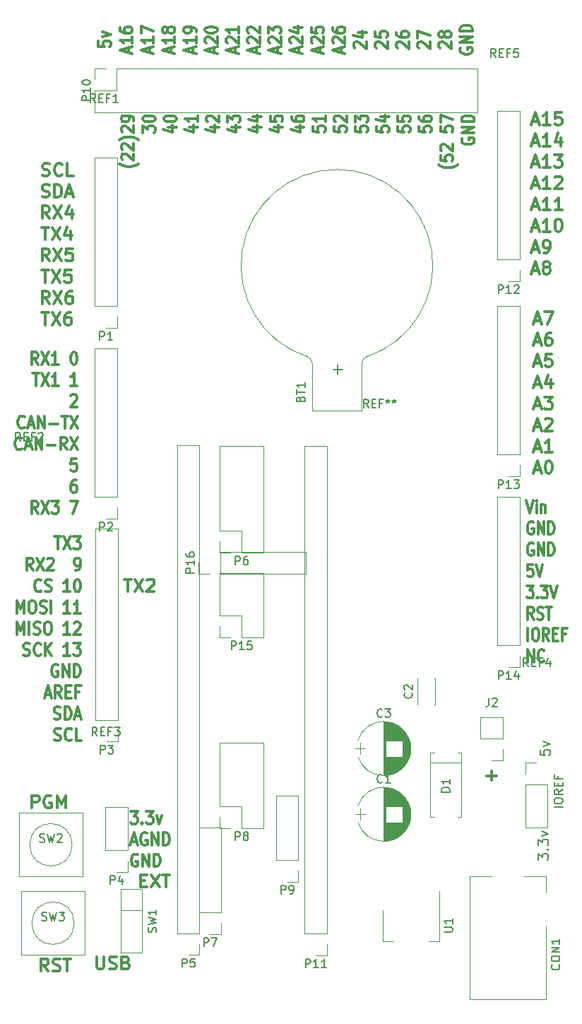
<source format=gbr>
G04 #@! TF.FileFunction,Legend,Top*
%FSLAX46Y46*%
G04 Gerber Fmt 4.6, Leading zero omitted, Abs format (unit mm)*
G04 Created by KiCad (PCBNEW 4.0.6) date 06/05/17 03:56:48*
%MOMM*%
%LPD*%
G01*
G04 APERTURE LIST*
%ADD10C,0.100000*%
%ADD11C,0.300000*%
%ADD12C,0.200000*%
%ADD13C,0.120000*%
%ADD14C,0.150000*%
G04 APERTURE END LIST*
D10*
D11*
X154876572Y-141331143D02*
X156019429Y-141331143D01*
X155448000Y-141902571D02*
X155448000Y-140759714D01*
D12*
X163952381Y-145104762D02*
X162952381Y-145104762D01*
X162952381Y-144438096D02*
X162952381Y-144247619D01*
X163000000Y-144152381D01*
X163095238Y-144057143D01*
X163285714Y-144009524D01*
X163619048Y-144009524D01*
X163809524Y-144057143D01*
X163904762Y-144152381D01*
X163952381Y-144247619D01*
X163952381Y-144438096D01*
X163904762Y-144533334D01*
X163809524Y-144628572D01*
X163619048Y-144676191D01*
X163285714Y-144676191D01*
X163095238Y-144628572D01*
X163000000Y-144533334D01*
X162952381Y-144438096D01*
X163952381Y-143009524D02*
X163476190Y-143342858D01*
X163952381Y-143580953D02*
X162952381Y-143580953D01*
X162952381Y-143200000D01*
X163000000Y-143104762D01*
X163047619Y-143057143D01*
X163142857Y-143009524D01*
X163285714Y-143009524D01*
X163380952Y-143057143D01*
X163428571Y-143104762D01*
X163476190Y-143200000D01*
X163476190Y-143580953D01*
X163428571Y-142580953D02*
X163428571Y-142247619D01*
X163952381Y-142104762D02*
X163952381Y-142580953D01*
X162952381Y-142580953D01*
X162952381Y-142104762D01*
X163428571Y-141342857D02*
X163428571Y-141676191D01*
X163952381Y-141676191D02*
X162952381Y-141676191D01*
X162952381Y-141200000D01*
X161042857Y-151414285D02*
X161042857Y-150671428D01*
X161500000Y-151071428D01*
X161500000Y-150900000D01*
X161557143Y-150785714D01*
X161614286Y-150728571D01*
X161728571Y-150671428D01*
X162014286Y-150671428D01*
X162128571Y-150728571D01*
X162185714Y-150785714D01*
X162242857Y-150900000D01*
X162242857Y-151242857D01*
X162185714Y-151357143D01*
X162128571Y-151414285D01*
X162128571Y-150157143D02*
X162185714Y-150100000D01*
X162242857Y-150157143D01*
X162185714Y-150214286D01*
X162128571Y-150157143D01*
X162242857Y-150157143D01*
X161042857Y-149699999D02*
X161042857Y-148957142D01*
X161500000Y-149357142D01*
X161500000Y-149185714D01*
X161557143Y-149071428D01*
X161614286Y-149014285D01*
X161728571Y-148957142D01*
X162014286Y-148957142D01*
X162128571Y-149014285D01*
X162185714Y-149071428D01*
X162242857Y-149185714D01*
X162242857Y-149528571D01*
X162185714Y-149642857D01*
X162128571Y-149699999D01*
X161442857Y-148557142D02*
X162242857Y-148271428D01*
X161442857Y-147985714D01*
X161242857Y-138271428D02*
X161242857Y-138842857D01*
X161814286Y-138900000D01*
X161757143Y-138842857D01*
X161700000Y-138728571D01*
X161700000Y-138442857D01*
X161757143Y-138328571D01*
X161814286Y-138271428D01*
X161928571Y-138214285D01*
X162214286Y-138214285D01*
X162328571Y-138271428D01*
X162385714Y-138328571D01*
X162442857Y-138442857D01*
X162442857Y-138728571D01*
X162385714Y-138842857D01*
X162328571Y-138900000D01*
X161642857Y-137814285D02*
X162442857Y-137528571D01*
X161642857Y-137242857D01*
D11*
X112185714Y-145628571D02*
X112990476Y-145628571D01*
X112557143Y-146200000D01*
X112742857Y-146200000D01*
X112866667Y-146271429D01*
X112928571Y-146342857D01*
X112990476Y-146485714D01*
X112990476Y-146842857D01*
X112928571Y-146985714D01*
X112866667Y-147057143D01*
X112742857Y-147128571D01*
X112371429Y-147128571D01*
X112247619Y-147057143D01*
X112185714Y-146985714D01*
X113547619Y-146985714D02*
X113609524Y-147057143D01*
X113547619Y-147128571D01*
X113485714Y-147057143D01*
X113547619Y-146985714D01*
X113547619Y-147128571D01*
X114042857Y-145628571D02*
X114847619Y-145628571D01*
X114414286Y-146200000D01*
X114600000Y-146200000D01*
X114723810Y-146271429D01*
X114785714Y-146342857D01*
X114847619Y-146485714D01*
X114847619Y-146842857D01*
X114785714Y-146985714D01*
X114723810Y-147057143D01*
X114600000Y-147128571D01*
X114228572Y-147128571D01*
X114104762Y-147057143D01*
X114042857Y-146985714D01*
X115280952Y-146128571D02*
X115590476Y-147128571D01*
X115900000Y-146128571D01*
X112247619Y-149250000D02*
X112866667Y-149250000D01*
X112123810Y-149678571D02*
X112557143Y-148178571D01*
X112990476Y-149678571D01*
X114104762Y-148250000D02*
X113980953Y-148178571D01*
X113795238Y-148178571D01*
X113609524Y-148250000D01*
X113485715Y-148392857D01*
X113423810Y-148535714D01*
X113361905Y-148821429D01*
X113361905Y-149035714D01*
X113423810Y-149321429D01*
X113485715Y-149464286D01*
X113609524Y-149607143D01*
X113795238Y-149678571D01*
X113919048Y-149678571D01*
X114104762Y-149607143D01*
X114166667Y-149535714D01*
X114166667Y-149035714D01*
X113919048Y-149035714D01*
X114723810Y-149678571D02*
X114723810Y-148178571D01*
X115466667Y-149678571D01*
X115466667Y-148178571D01*
X116085715Y-149678571D02*
X116085715Y-148178571D01*
X116395239Y-148178571D01*
X116580953Y-148250000D01*
X116704762Y-148392857D01*
X116766667Y-148535714D01*
X116828572Y-148821429D01*
X116828572Y-149035714D01*
X116766667Y-149321429D01*
X116704762Y-149464286D01*
X116580953Y-149607143D01*
X116395239Y-149678571D01*
X116085715Y-149678571D01*
X112990476Y-150800000D02*
X112866667Y-150728571D01*
X112680952Y-150728571D01*
X112495238Y-150800000D01*
X112371429Y-150942857D01*
X112309524Y-151085714D01*
X112247619Y-151371429D01*
X112247619Y-151585714D01*
X112309524Y-151871429D01*
X112371429Y-152014286D01*
X112495238Y-152157143D01*
X112680952Y-152228571D01*
X112804762Y-152228571D01*
X112990476Y-152157143D01*
X113052381Y-152085714D01*
X113052381Y-151585714D01*
X112804762Y-151585714D01*
X113609524Y-152228571D02*
X113609524Y-150728571D01*
X114352381Y-152228571D01*
X114352381Y-150728571D01*
X114971429Y-152228571D02*
X114971429Y-150728571D01*
X115280953Y-150728571D01*
X115466667Y-150800000D01*
X115590476Y-150942857D01*
X115652381Y-151085714D01*
X115714286Y-151371429D01*
X115714286Y-151585714D01*
X115652381Y-151871429D01*
X115590476Y-152014286D01*
X115466667Y-152157143D01*
X115280953Y-152228571D01*
X114971429Y-152228571D01*
X113125000Y-68004762D02*
X113053571Y-68066666D01*
X112839286Y-68190476D01*
X112696429Y-68252381D01*
X112482143Y-68314285D01*
X112125000Y-68376190D01*
X111839286Y-68376190D01*
X111482143Y-68314285D01*
X111267857Y-68252381D01*
X111125000Y-68190476D01*
X110910714Y-68066666D01*
X110839286Y-68004762D01*
X111196429Y-67571428D02*
X111125000Y-67509523D01*
X111053571Y-67385714D01*
X111053571Y-67076190D01*
X111125000Y-66952380D01*
X111196429Y-66890476D01*
X111339286Y-66828571D01*
X111482143Y-66828571D01*
X111696429Y-66890476D01*
X112553571Y-67633333D01*
X112553571Y-66828571D01*
X111196429Y-66333333D02*
X111125000Y-66271428D01*
X111053571Y-66147619D01*
X111053571Y-65838095D01*
X111125000Y-65714285D01*
X111196429Y-65652381D01*
X111339286Y-65590476D01*
X111482143Y-65590476D01*
X111696429Y-65652381D01*
X112553571Y-66395238D01*
X112553571Y-65590476D01*
X113125000Y-65157143D02*
X113053571Y-65095238D01*
X112839286Y-64971428D01*
X112696429Y-64909524D01*
X112482143Y-64847619D01*
X112125000Y-64785714D01*
X111839286Y-64785714D01*
X111482143Y-64847619D01*
X111267857Y-64909524D01*
X111125000Y-64971428D01*
X110910714Y-65095238D01*
X110839286Y-65157143D01*
X111196429Y-64228571D02*
X111125000Y-64166666D01*
X111053571Y-64042857D01*
X111053571Y-63733333D01*
X111125000Y-63609523D01*
X111196429Y-63547619D01*
X111339286Y-63485714D01*
X111482143Y-63485714D01*
X111696429Y-63547619D01*
X112553571Y-64290476D01*
X112553571Y-63485714D01*
X112553571Y-62866666D02*
X112553571Y-62619047D01*
X112482143Y-62495238D01*
X112410714Y-62433333D01*
X112196429Y-62309524D01*
X111910714Y-62247619D01*
X111339286Y-62247619D01*
X111196429Y-62309524D01*
X111125000Y-62371428D01*
X111053571Y-62495238D01*
X111053571Y-62742857D01*
X111125000Y-62866666D01*
X111196429Y-62928571D01*
X111339286Y-62990476D01*
X111696429Y-62990476D01*
X111839286Y-62928571D01*
X111910714Y-62866666D01*
X111982143Y-62742857D01*
X111982143Y-62495238D01*
X111910714Y-62371428D01*
X111839286Y-62309524D01*
X111696429Y-62247619D01*
X113603571Y-64290476D02*
X113603571Y-63485714D01*
X114175000Y-63919047D01*
X114175000Y-63733333D01*
X114246429Y-63609523D01*
X114317857Y-63547619D01*
X114460714Y-63485714D01*
X114817857Y-63485714D01*
X114960714Y-63547619D01*
X115032143Y-63609523D01*
X115103571Y-63733333D01*
X115103571Y-64104761D01*
X115032143Y-64228571D01*
X114960714Y-64290476D01*
X113603571Y-62680952D02*
X113603571Y-62557143D01*
X113675000Y-62433333D01*
X113746429Y-62371428D01*
X113889286Y-62309524D01*
X114175000Y-62247619D01*
X114532143Y-62247619D01*
X114817857Y-62309524D01*
X114960714Y-62371428D01*
X115032143Y-62433333D01*
X115103571Y-62557143D01*
X115103571Y-62680952D01*
X115032143Y-62804762D01*
X114960714Y-62866666D01*
X114817857Y-62928571D01*
X114532143Y-62990476D01*
X114175000Y-62990476D01*
X113889286Y-62928571D01*
X113746429Y-62866666D01*
X113675000Y-62804762D01*
X113603571Y-62680952D01*
X116653571Y-63609523D02*
X117653571Y-63609523D01*
X116082143Y-63919047D02*
X117153571Y-64228571D01*
X117153571Y-63423809D01*
X116153571Y-62680952D02*
X116153571Y-62557143D01*
X116225000Y-62433333D01*
X116296429Y-62371428D01*
X116439286Y-62309524D01*
X116725000Y-62247619D01*
X117082143Y-62247619D01*
X117367857Y-62309524D01*
X117510714Y-62371428D01*
X117582143Y-62433333D01*
X117653571Y-62557143D01*
X117653571Y-62680952D01*
X117582143Y-62804762D01*
X117510714Y-62866666D01*
X117367857Y-62928571D01*
X117082143Y-62990476D01*
X116725000Y-62990476D01*
X116439286Y-62928571D01*
X116296429Y-62866666D01*
X116225000Y-62804762D01*
X116153571Y-62680952D01*
X119203571Y-63609523D02*
X120203571Y-63609523D01*
X118632143Y-63919047D02*
X119703571Y-64228571D01*
X119703571Y-63423809D01*
X120203571Y-62247619D02*
X120203571Y-62990476D01*
X120203571Y-62619047D02*
X118703571Y-62619047D01*
X118917857Y-62742857D01*
X119060714Y-62866666D01*
X119132143Y-62990476D01*
X121753571Y-63609523D02*
X122753571Y-63609523D01*
X121182143Y-63919047D02*
X122253571Y-64228571D01*
X122253571Y-63423809D01*
X121396429Y-62990476D02*
X121325000Y-62928571D01*
X121253571Y-62804762D01*
X121253571Y-62495238D01*
X121325000Y-62371428D01*
X121396429Y-62309524D01*
X121539286Y-62247619D01*
X121682143Y-62247619D01*
X121896429Y-62309524D01*
X122753571Y-63052381D01*
X122753571Y-62247619D01*
X124303571Y-63609523D02*
X125303571Y-63609523D01*
X123732143Y-63919047D02*
X124803571Y-64228571D01*
X124803571Y-63423809D01*
X123803571Y-63052381D02*
X123803571Y-62247619D01*
X124375000Y-62680952D01*
X124375000Y-62495238D01*
X124446429Y-62371428D01*
X124517857Y-62309524D01*
X124660714Y-62247619D01*
X125017857Y-62247619D01*
X125160714Y-62309524D01*
X125232143Y-62371428D01*
X125303571Y-62495238D01*
X125303571Y-62866666D01*
X125232143Y-62990476D01*
X125160714Y-63052381D01*
X126853571Y-63609523D02*
X127853571Y-63609523D01*
X126282143Y-63919047D02*
X127353571Y-64228571D01*
X127353571Y-63423809D01*
X126853571Y-62371428D02*
X127853571Y-62371428D01*
X126282143Y-62680952D02*
X127353571Y-62990476D01*
X127353571Y-62185714D01*
X129403571Y-63609523D02*
X130403571Y-63609523D01*
X128832143Y-63919047D02*
X129903571Y-64228571D01*
X129903571Y-63423809D01*
X128903571Y-62309524D02*
X128903571Y-62928571D01*
X129617857Y-62990476D01*
X129546429Y-62928571D01*
X129475000Y-62804762D01*
X129475000Y-62495238D01*
X129546429Y-62371428D01*
X129617857Y-62309524D01*
X129760714Y-62247619D01*
X130117857Y-62247619D01*
X130260714Y-62309524D01*
X130332143Y-62371428D01*
X130403571Y-62495238D01*
X130403571Y-62804762D01*
X130332143Y-62928571D01*
X130260714Y-62990476D01*
X131953571Y-63609523D02*
X132953571Y-63609523D01*
X131382143Y-63919047D02*
X132453571Y-64228571D01*
X132453571Y-63423809D01*
X131453571Y-62371428D02*
X131453571Y-62619047D01*
X131525000Y-62742857D01*
X131596429Y-62804762D01*
X131810714Y-62928571D01*
X132096429Y-62990476D01*
X132667857Y-62990476D01*
X132810714Y-62928571D01*
X132882143Y-62866666D01*
X132953571Y-62742857D01*
X132953571Y-62495238D01*
X132882143Y-62371428D01*
X132810714Y-62309524D01*
X132667857Y-62247619D01*
X132310714Y-62247619D01*
X132167857Y-62309524D01*
X132096429Y-62371428D01*
X132025000Y-62495238D01*
X132025000Y-62742857D01*
X132096429Y-62866666D01*
X132167857Y-62928571D01*
X132310714Y-62990476D01*
X134003571Y-63547619D02*
X134003571Y-64166666D01*
X134717857Y-64228571D01*
X134646429Y-64166666D01*
X134575000Y-64042857D01*
X134575000Y-63733333D01*
X134646429Y-63609523D01*
X134717857Y-63547619D01*
X134860714Y-63485714D01*
X135217857Y-63485714D01*
X135360714Y-63547619D01*
X135432143Y-63609523D01*
X135503571Y-63733333D01*
X135503571Y-64042857D01*
X135432143Y-64166666D01*
X135360714Y-64228571D01*
X135503571Y-62247619D02*
X135503571Y-62990476D01*
X135503571Y-62619047D02*
X134003571Y-62619047D01*
X134217857Y-62742857D01*
X134360714Y-62866666D01*
X134432143Y-62990476D01*
X136553571Y-63547619D02*
X136553571Y-64166666D01*
X137267857Y-64228571D01*
X137196429Y-64166666D01*
X137125000Y-64042857D01*
X137125000Y-63733333D01*
X137196429Y-63609523D01*
X137267857Y-63547619D01*
X137410714Y-63485714D01*
X137767857Y-63485714D01*
X137910714Y-63547619D01*
X137982143Y-63609523D01*
X138053571Y-63733333D01*
X138053571Y-64042857D01*
X137982143Y-64166666D01*
X137910714Y-64228571D01*
X136696429Y-62990476D02*
X136625000Y-62928571D01*
X136553571Y-62804762D01*
X136553571Y-62495238D01*
X136625000Y-62371428D01*
X136696429Y-62309524D01*
X136839286Y-62247619D01*
X136982143Y-62247619D01*
X137196429Y-62309524D01*
X138053571Y-63052381D01*
X138053571Y-62247619D01*
X139103571Y-63547619D02*
X139103571Y-64166666D01*
X139817857Y-64228571D01*
X139746429Y-64166666D01*
X139675000Y-64042857D01*
X139675000Y-63733333D01*
X139746429Y-63609523D01*
X139817857Y-63547619D01*
X139960714Y-63485714D01*
X140317857Y-63485714D01*
X140460714Y-63547619D01*
X140532143Y-63609523D01*
X140603571Y-63733333D01*
X140603571Y-64042857D01*
X140532143Y-64166666D01*
X140460714Y-64228571D01*
X139103571Y-63052381D02*
X139103571Y-62247619D01*
X139675000Y-62680952D01*
X139675000Y-62495238D01*
X139746429Y-62371428D01*
X139817857Y-62309524D01*
X139960714Y-62247619D01*
X140317857Y-62247619D01*
X140460714Y-62309524D01*
X140532143Y-62371428D01*
X140603571Y-62495238D01*
X140603571Y-62866666D01*
X140532143Y-62990476D01*
X140460714Y-63052381D01*
X141653571Y-63547619D02*
X141653571Y-64166666D01*
X142367857Y-64228571D01*
X142296429Y-64166666D01*
X142225000Y-64042857D01*
X142225000Y-63733333D01*
X142296429Y-63609523D01*
X142367857Y-63547619D01*
X142510714Y-63485714D01*
X142867857Y-63485714D01*
X143010714Y-63547619D01*
X143082143Y-63609523D01*
X143153571Y-63733333D01*
X143153571Y-64042857D01*
X143082143Y-64166666D01*
X143010714Y-64228571D01*
X142153571Y-62371428D02*
X143153571Y-62371428D01*
X141582143Y-62680952D02*
X142653571Y-62990476D01*
X142653571Y-62185714D01*
X144203571Y-63547619D02*
X144203571Y-64166666D01*
X144917857Y-64228571D01*
X144846429Y-64166666D01*
X144775000Y-64042857D01*
X144775000Y-63733333D01*
X144846429Y-63609523D01*
X144917857Y-63547619D01*
X145060714Y-63485714D01*
X145417857Y-63485714D01*
X145560714Y-63547619D01*
X145632143Y-63609523D01*
X145703571Y-63733333D01*
X145703571Y-64042857D01*
X145632143Y-64166666D01*
X145560714Y-64228571D01*
X144203571Y-62309524D02*
X144203571Y-62928571D01*
X144917857Y-62990476D01*
X144846429Y-62928571D01*
X144775000Y-62804762D01*
X144775000Y-62495238D01*
X144846429Y-62371428D01*
X144917857Y-62309524D01*
X145060714Y-62247619D01*
X145417857Y-62247619D01*
X145560714Y-62309524D01*
X145632143Y-62371428D01*
X145703571Y-62495238D01*
X145703571Y-62804762D01*
X145632143Y-62928571D01*
X145560714Y-62990476D01*
X146753571Y-63547619D02*
X146753571Y-64166666D01*
X147467857Y-64228571D01*
X147396429Y-64166666D01*
X147325000Y-64042857D01*
X147325000Y-63733333D01*
X147396429Y-63609523D01*
X147467857Y-63547619D01*
X147610714Y-63485714D01*
X147967857Y-63485714D01*
X148110714Y-63547619D01*
X148182143Y-63609523D01*
X148253571Y-63733333D01*
X148253571Y-64042857D01*
X148182143Y-64166666D01*
X148110714Y-64228571D01*
X146753571Y-62371428D02*
X146753571Y-62619047D01*
X146825000Y-62742857D01*
X146896429Y-62804762D01*
X147110714Y-62928571D01*
X147396429Y-62990476D01*
X147967857Y-62990476D01*
X148110714Y-62928571D01*
X148182143Y-62866666D01*
X148253571Y-62742857D01*
X148253571Y-62495238D01*
X148182143Y-62371428D01*
X148110714Y-62309524D01*
X147967857Y-62247619D01*
X147610714Y-62247619D01*
X147467857Y-62309524D01*
X147396429Y-62371428D01*
X147325000Y-62495238D01*
X147325000Y-62742857D01*
X147396429Y-62866666D01*
X147467857Y-62928571D01*
X147610714Y-62990476D01*
X151375000Y-68128571D02*
X151303571Y-68190475D01*
X151089286Y-68314285D01*
X150946429Y-68376190D01*
X150732143Y-68438094D01*
X150375000Y-68499999D01*
X150089286Y-68499999D01*
X149732143Y-68438094D01*
X149517857Y-68376190D01*
X149375000Y-68314285D01*
X149160714Y-68190475D01*
X149089286Y-68128571D01*
X149303571Y-67014285D02*
X149303571Y-67633332D01*
X150017857Y-67695237D01*
X149946429Y-67633332D01*
X149875000Y-67509523D01*
X149875000Y-67199999D01*
X149946429Y-67076189D01*
X150017857Y-67014285D01*
X150160714Y-66952380D01*
X150517857Y-66952380D01*
X150660714Y-67014285D01*
X150732143Y-67076189D01*
X150803571Y-67199999D01*
X150803571Y-67509523D01*
X150732143Y-67633332D01*
X150660714Y-67695237D01*
X149446429Y-66457142D02*
X149375000Y-66395237D01*
X149303571Y-66271428D01*
X149303571Y-65961904D01*
X149375000Y-65838094D01*
X149446429Y-65776190D01*
X149589286Y-65714285D01*
X149732143Y-65714285D01*
X149946429Y-65776190D01*
X150803571Y-66519047D01*
X150803571Y-65714285D01*
X149303571Y-63547619D02*
X149303571Y-64166666D01*
X150017857Y-64228571D01*
X149946429Y-64166666D01*
X149875000Y-64042857D01*
X149875000Y-63733333D01*
X149946429Y-63609523D01*
X150017857Y-63547619D01*
X150160714Y-63485714D01*
X150517857Y-63485714D01*
X150660714Y-63547619D01*
X150732143Y-63609523D01*
X150803571Y-63733333D01*
X150803571Y-64042857D01*
X150732143Y-64166666D01*
X150660714Y-64228571D01*
X149303571Y-63052381D02*
X149303571Y-62185714D01*
X150803571Y-62742857D01*
X151925000Y-64971429D02*
X151853571Y-65095238D01*
X151853571Y-65280953D01*
X151925000Y-65466667D01*
X152067857Y-65590476D01*
X152210714Y-65652381D01*
X152496429Y-65714286D01*
X152710714Y-65714286D01*
X152996429Y-65652381D01*
X153139286Y-65590476D01*
X153282143Y-65466667D01*
X153353571Y-65280953D01*
X153353571Y-65157143D01*
X153282143Y-64971429D01*
X153210714Y-64909524D01*
X152710714Y-64909524D01*
X152710714Y-65157143D01*
X153353571Y-64352381D02*
X151853571Y-64352381D01*
X153353571Y-63609524D01*
X151853571Y-63609524D01*
X153353571Y-62990476D02*
X151853571Y-62990476D01*
X151853571Y-62680952D01*
X151925000Y-62495238D01*
X152067857Y-62371429D01*
X152210714Y-62309524D01*
X152496429Y-62247619D01*
X152710714Y-62247619D01*
X152996429Y-62309524D01*
X153139286Y-62371429D01*
X153282143Y-62495238D01*
X153353571Y-62680952D01*
X153353571Y-62990476D01*
X108313571Y-53335214D02*
X108313571Y-53954261D01*
X109027857Y-54016166D01*
X108956429Y-53954261D01*
X108885000Y-53830452D01*
X108885000Y-53520928D01*
X108956429Y-53397118D01*
X109027857Y-53335214D01*
X109170714Y-53273309D01*
X109527857Y-53273309D01*
X109670714Y-53335214D01*
X109742143Y-53397118D01*
X109813571Y-53520928D01*
X109813571Y-53830452D01*
X109742143Y-53954261D01*
X109670714Y-54016166D01*
X108813571Y-52839976D02*
X109813571Y-52530452D01*
X108813571Y-52220928D01*
X111935000Y-54697119D02*
X111935000Y-54078071D01*
X112363571Y-54820928D02*
X110863571Y-54387595D01*
X112363571Y-53954262D01*
X112363571Y-52839976D02*
X112363571Y-53582833D01*
X112363571Y-53211404D02*
X110863571Y-53211404D01*
X111077857Y-53335214D01*
X111220714Y-53459023D01*
X111292143Y-53582833D01*
X110863571Y-51725690D02*
X110863571Y-51973309D01*
X110935000Y-52097119D01*
X111006429Y-52159024D01*
X111220714Y-52282833D01*
X111506429Y-52344738D01*
X112077857Y-52344738D01*
X112220714Y-52282833D01*
X112292143Y-52220928D01*
X112363571Y-52097119D01*
X112363571Y-51849500D01*
X112292143Y-51725690D01*
X112220714Y-51663786D01*
X112077857Y-51601881D01*
X111720714Y-51601881D01*
X111577857Y-51663786D01*
X111506429Y-51725690D01*
X111435000Y-51849500D01*
X111435000Y-52097119D01*
X111506429Y-52220928D01*
X111577857Y-52282833D01*
X111720714Y-52344738D01*
X114485000Y-54697119D02*
X114485000Y-54078071D01*
X114913571Y-54820928D02*
X113413571Y-54387595D01*
X114913571Y-53954262D01*
X114913571Y-52839976D02*
X114913571Y-53582833D01*
X114913571Y-53211404D02*
X113413571Y-53211404D01*
X113627857Y-53335214D01*
X113770714Y-53459023D01*
X113842143Y-53582833D01*
X113413571Y-52406643D02*
X113413571Y-51539976D01*
X114913571Y-52097119D01*
X117035000Y-54697119D02*
X117035000Y-54078071D01*
X117463571Y-54820928D02*
X115963571Y-54387595D01*
X117463571Y-53954262D01*
X117463571Y-52839976D02*
X117463571Y-53582833D01*
X117463571Y-53211404D02*
X115963571Y-53211404D01*
X116177857Y-53335214D01*
X116320714Y-53459023D01*
X116392143Y-53582833D01*
X116606429Y-52097119D02*
X116535000Y-52220928D01*
X116463571Y-52282833D01*
X116320714Y-52344738D01*
X116249286Y-52344738D01*
X116106429Y-52282833D01*
X116035000Y-52220928D01*
X115963571Y-52097119D01*
X115963571Y-51849500D01*
X116035000Y-51725690D01*
X116106429Y-51663786D01*
X116249286Y-51601881D01*
X116320714Y-51601881D01*
X116463571Y-51663786D01*
X116535000Y-51725690D01*
X116606429Y-51849500D01*
X116606429Y-52097119D01*
X116677857Y-52220928D01*
X116749286Y-52282833D01*
X116892143Y-52344738D01*
X117177857Y-52344738D01*
X117320714Y-52282833D01*
X117392143Y-52220928D01*
X117463571Y-52097119D01*
X117463571Y-51849500D01*
X117392143Y-51725690D01*
X117320714Y-51663786D01*
X117177857Y-51601881D01*
X116892143Y-51601881D01*
X116749286Y-51663786D01*
X116677857Y-51725690D01*
X116606429Y-51849500D01*
X119585000Y-54697119D02*
X119585000Y-54078071D01*
X120013571Y-54820928D02*
X118513571Y-54387595D01*
X120013571Y-53954262D01*
X120013571Y-52839976D02*
X120013571Y-53582833D01*
X120013571Y-53211404D02*
X118513571Y-53211404D01*
X118727857Y-53335214D01*
X118870714Y-53459023D01*
X118942143Y-53582833D01*
X120013571Y-52220928D02*
X120013571Y-51973309D01*
X119942143Y-51849500D01*
X119870714Y-51787595D01*
X119656429Y-51663786D01*
X119370714Y-51601881D01*
X118799286Y-51601881D01*
X118656429Y-51663786D01*
X118585000Y-51725690D01*
X118513571Y-51849500D01*
X118513571Y-52097119D01*
X118585000Y-52220928D01*
X118656429Y-52282833D01*
X118799286Y-52344738D01*
X119156429Y-52344738D01*
X119299286Y-52282833D01*
X119370714Y-52220928D01*
X119442143Y-52097119D01*
X119442143Y-51849500D01*
X119370714Y-51725690D01*
X119299286Y-51663786D01*
X119156429Y-51601881D01*
X122135000Y-54697119D02*
X122135000Y-54078071D01*
X122563571Y-54820928D02*
X121063571Y-54387595D01*
X122563571Y-53954262D01*
X121206429Y-53582833D02*
X121135000Y-53520928D01*
X121063571Y-53397119D01*
X121063571Y-53087595D01*
X121135000Y-52963785D01*
X121206429Y-52901881D01*
X121349286Y-52839976D01*
X121492143Y-52839976D01*
X121706429Y-52901881D01*
X122563571Y-53644738D01*
X122563571Y-52839976D01*
X121063571Y-52035214D02*
X121063571Y-51911405D01*
X121135000Y-51787595D01*
X121206429Y-51725690D01*
X121349286Y-51663786D01*
X121635000Y-51601881D01*
X121992143Y-51601881D01*
X122277857Y-51663786D01*
X122420714Y-51725690D01*
X122492143Y-51787595D01*
X122563571Y-51911405D01*
X122563571Y-52035214D01*
X122492143Y-52159024D01*
X122420714Y-52220928D01*
X122277857Y-52282833D01*
X121992143Y-52344738D01*
X121635000Y-52344738D01*
X121349286Y-52282833D01*
X121206429Y-52220928D01*
X121135000Y-52159024D01*
X121063571Y-52035214D01*
X124685000Y-54697119D02*
X124685000Y-54078071D01*
X125113571Y-54820928D02*
X123613571Y-54387595D01*
X125113571Y-53954262D01*
X123756429Y-53582833D02*
X123685000Y-53520928D01*
X123613571Y-53397119D01*
X123613571Y-53087595D01*
X123685000Y-52963785D01*
X123756429Y-52901881D01*
X123899286Y-52839976D01*
X124042143Y-52839976D01*
X124256429Y-52901881D01*
X125113571Y-53644738D01*
X125113571Y-52839976D01*
X125113571Y-51601881D02*
X125113571Y-52344738D01*
X125113571Y-51973309D02*
X123613571Y-51973309D01*
X123827857Y-52097119D01*
X123970714Y-52220928D01*
X124042143Y-52344738D01*
X127235000Y-54697119D02*
X127235000Y-54078071D01*
X127663571Y-54820928D02*
X126163571Y-54387595D01*
X127663571Y-53954262D01*
X126306429Y-53582833D02*
X126235000Y-53520928D01*
X126163571Y-53397119D01*
X126163571Y-53087595D01*
X126235000Y-52963785D01*
X126306429Y-52901881D01*
X126449286Y-52839976D01*
X126592143Y-52839976D01*
X126806429Y-52901881D01*
X127663571Y-53644738D01*
X127663571Y-52839976D01*
X126306429Y-52344738D02*
X126235000Y-52282833D01*
X126163571Y-52159024D01*
X126163571Y-51849500D01*
X126235000Y-51725690D01*
X126306429Y-51663786D01*
X126449286Y-51601881D01*
X126592143Y-51601881D01*
X126806429Y-51663786D01*
X127663571Y-52406643D01*
X127663571Y-51601881D01*
X129785000Y-54697119D02*
X129785000Y-54078071D01*
X130213571Y-54820928D02*
X128713571Y-54387595D01*
X130213571Y-53954262D01*
X128856429Y-53582833D02*
X128785000Y-53520928D01*
X128713571Y-53397119D01*
X128713571Y-53087595D01*
X128785000Y-52963785D01*
X128856429Y-52901881D01*
X128999286Y-52839976D01*
X129142143Y-52839976D01*
X129356429Y-52901881D01*
X130213571Y-53644738D01*
X130213571Y-52839976D01*
X128713571Y-52406643D02*
X128713571Y-51601881D01*
X129285000Y-52035214D01*
X129285000Y-51849500D01*
X129356429Y-51725690D01*
X129427857Y-51663786D01*
X129570714Y-51601881D01*
X129927857Y-51601881D01*
X130070714Y-51663786D01*
X130142143Y-51725690D01*
X130213571Y-51849500D01*
X130213571Y-52220928D01*
X130142143Y-52344738D01*
X130070714Y-52406643D01*
X132335000Y-54697119D02*
X132335000Y-54078071D01*
X132763571Y-54820928D02*
X131263571Y-54387595D01*
X132763571Y-53954262D01*
X131406429Y-53582833D02*
X131335000Y-53520928D01*
X131263571Y-53397119D01*
X131263571Y-53087595D01*
X131335000Y-52963785D01*
X131406429Y-52901881D01*
X131549286Y-52839976D01*
X131692143Y-52839976D01*
X131906429Y-52901881D01*
X132763571Y-53644738D01*
X132763571Y-52839976D01*
X131763571Y-51725690D02*
X132763571Y-51725690D01*
X131192143Y-52035214D02*
X132263571Y-52344738D01*
X132263571Y-51539976D01*
X134885000Y-54697119D02*
X134885000Y-54078071D01*
X135313571Y-54820928D02*
X133813571Y-54387595D01*
X135313571Y-53954262D01*
X133956429Y-53582833D02*
X133885000Y-53520928D01*
X133813571Y-53397119D01*
X133813571Y-53087595D01*
X133885000Y-52963785D01*
X133956429Y-52901881D01*
X134099286Y-52839976D01*
X134242143Y-52839976D01*
X134456429Y-52901881D01*
X135313571Y-53644738D01*
X135313571Y-52839976D01*
X133813571Y-51663786D02*
X133813571Y-52282833D01*
X134527857Y-52344738D01*
X134456429Y-52282833D01*
X134385000Y-52159024D01*
X134385000Y-51849500D01*
X134456429Y-51725690D01*
X134527857Y-51663786D01*
X134670714Y-51601881D01*
X135027857Y-51601881D01*
X135170714Y-51663786D01*
X135242143Y-51725690D01*
X135313571Y-51849500D01*
X135313571Y-52159024D01*
X135242143Y-52282833D01*
X135170714Y-52344738D01*
X137435000Y-54697119D02*
X137435000Y-54078071D01*
X137863571Y-54820928D02*
X136363571Y-54387595D01*
X137863571Y-53954262D01*
X136506429Y-53582833D02*
X136435000Y-53520928D01*
X136363571Y-53397119D01*
X136363571Y-53087595D01*
X136435000Y-52963785D01*
X136506429Y-52901881D01*
X136649286Y-52839976D01*
X136792143Y-52839976D01*
X137006429Y-52901881D01*
X137863571Y-53644738D01*
X137863571Y-52839976D01*
X136363571Y-51725690D02*
X136363571Y-51973309D01*
X136435000Y-52097119D01*
X136506429Y-52159024D01*
X136720714Y-52282833D01*
X137006429Y-52344738D01*
X137577857Y-52344738D01*
X137720714Y-52282833D01*
X137792143Y-52220928D01*
X137863571Y-52097119D01*
X137863571Y-51849500D01*
X137792143Y-51725690D01*
X137720714Y-51663786D01*
X137577857Y-51601881D01*
X137220714Y-51601881D01*
X137077857Y-51663786D01*
X137006429Y-51725690D01*
X136935000Y-51849500D01*
X136935000Y-52097119D01*
X137006429Y-52220928D01*
X137077857Y-52282833D01*
X137220714Y-52344738D01*
X139056429Y-54139976D02*
X138985000Y-54078071D01*
X138913571Y-53954262D01*
X138913571Y-53644738D01*
X138985000Y-53520928D01*
X139056429Y-53459024D01*
X139199286Y-53397119D01*
X139342143Y-53397119D01*
X139556429Y-53459024D01*
X140413571Y-54201881D01*
X140413571Y-53397119D01*
X139413571Y-52282833D02*
X140413571Y-52282833D01*
X138842143Y-52592357D02*
X139913571Y-52901881D01*
X139913571Y-52097119D01*
X141606429Y-54139976D02*
X141535000Y-54078071D01*
X141463571Y-53954262D01*
X141463571Y-53644738D01*
X141535000Y-53520928D01*
X141606429Y-53459024D01*
X141749286Y-53397119D01*
X141892143Y-53397119D01*
X142106429Y-53459024D01*
X142963571Y-54201881D01*
X142963571Y-53397119D01*
X141463571Y-52220929D02*
X141463571Y-52839976D01*
X142177857Y-52901881D01*
X142106429Y-52839976D01*
X142035000Y-52716167D01*
X142035000Y-52406643D01*
X142106429Y-52282833D01*
X142177857Y-52220929D01*
X142320714Y-52159024D01*
X142677857Y-52159024D01*
X142820714Y-52220929D01*
X142892143Y-52282833D01*
X142963571Y-52406643D01*
X142963571Y-52716167D01*
X142892143Y-52839976D01*
X142820714Y-52901881D01*
X144156429Y-54139976D02*
X144085000Y-54078071D01*
X144013571Y-53954262D01*
X144013571Y-53644738D01*
X144085000Y-53520928D01*
X144156429Y-53459024D01*
X144299286Y-53397119D01*
X144442143Y-53397119D01*
X144656429Y-53459024D01*
X145513571Y-54201881D01*
X145513571Y-53397119D01*
X144013571Y-52282833D02*
X144013571Y-52530452D01*
X144085000Y-52654262D01*
X144156429Y-52716167D01*
X144370714Y-52839976D01*
X144656429Y-52901881D01*
X145227857Y-52901881D01*
X145370714Y-52839976D01*
X145442143Y-52778071D01*
X145513571Y-52654262D01*
X145513571Y-52406643D01*
X145442143Y-52282833D01*
X145370714Y-52220929D01*
X145227857Y-52159024D01*
X144870714Y-52159024D01*
X144727857Y-52220929D01*
X144656429Y-52282833D01*
X144585000Y-52406643D01*
X144585000Y-52654262D01*
X144656429Y-52778071D01*
X144727857Y-52839976D01*
X144870714Y-52901881D01*
X146706429Y-54139976D02*
X146635000Y-54078071D01*
X146563571Y-53954262D01*
X146563571Y-53644738D01*
X146635000Y-53520928D01*
X146706429Y-53459024D01*
X146849286Y-53397119D01*
X146992143Y-53397119D01*
X147206429Y-53459024D01*
X148063571Y-54201881D01*
X148063571Y-53397119D01*
X146563571Y-52963786D02*
X146563571Y-52097119D01*
X148063571Y-52654262D01*
X149256429Y-54139976D02*
X149185000Y-54078071D01*
X149113571Y-53954262D01*
X149113571Y-53644738D01*
X149185000Y-53520928D01*
X149256429Y-53459024D01*
X149399286Y-53397119D01*
X149542143Y-53397119D01*
X149756429Y-53459024D01*
X150613571Y-54201881D01*
X150613571Y-53397119D01*
X149756429Y-52654262D02*
X149685000Y-52778071D01*
X149613571Y-52839976D01*
X149470714Y-52901881D01*
X149399286Y-52901881D01*
X149256429Y-52839976D01*
X149185000Y-52778071D01*
X149113571Y-52654262D01*
X149113571Y-52406643D01*
X149185000Y-52282833D01*
X149256429Y-52220929D01*
X149399286Y-52159024D01*
X149470714Y-52159024D01*
X149613571Y-52220929D01*
X149685000Y-52282833D01*
X149756429Y-52406643D01*
X149756429Y-52654262D01*
X149827857Y-52778071D01*
X149899286Y-52839976D01*
X150042143Y-52901881D01*
X150327857Y-52901881D01*
X150470714Y-52839976D01*
X150542143Y-52778071D01*
X150613571Y-52654262D01*
X150613571Y-52406643D01*
X150542143Y-52282833D01*
X150470714Y-52220929D01*
X150327857Y-52159024D01*
X150042143Y-52159024D01*
X149899286Y-52220929D01*
X149827857Y-52282833D01*
X149756429Y-52406643D01*
X151735000Y-54139976D02*
X151663571Y-54263785D01*
X151663571Y-54449500D01*
X151735000Y-54635214D01*
X151877857Y-54759023D01*
X152020714Y-54820928D01*
X152306429Y-54882833D01*
X152520714Y-54882833D01*
X152806429Y-54820928D01*
X152949286Y-54759023D01*
X153092143Y-54635214D01*
X153163571Y-54449500D01*
X153163571Y-54325690D01*
X153092143Y-54139976D01*
X153020714Y-54078071D01*
X152520714Y-54078071D01*
X152520714Y-54325690D01*
X153163571Y-53520928D02*
X151663571Y-53520928D01*
X153163571Y-52778071D01*
X151663571Y-52778071D01*
X153163571Y-52159023D02*
X151663571Y-52159023D01*
X151663571Y-51849499D01*
X151735000Y-51663785D01*
X151877857Y-51539976D01*
X152020714Y-51478071D01*
X152306429Y-51416166D01*
X152520714Y-51416166D01*
X152806429Y-51478071D01*
X152949286Y-51539976D01*
X153092143Y-51663785D01*
X153163571Y-51849499D01*
X153163571Y-52159023D01*
X159626286Y-108363571D02*
X160026286Y-109863571D01*
X160426286Y-108363571D01*
X160826285Y-109863571D02*
X160826285Y-108863571D01*
X160826285Y-108363571D02*
X160769142Y-108435000D01*
X160826285Y-108506429D01*
X160883428Y-108435000D01*
X160826285Y-108363571D01*
X160826285Y-108506429D01*
X161397714Y-108863571D02*
X161397714Y-109863571D01*
X161397714Y-109006429D02*
X161454857Y-108935000D01*
X161569143Y-108863571D01*
X161740571Y-108863571D01*
X161854857Y-108935000D01*
X161912000Y-109077857D01*
X161912000Y-109863571D01*
X160426286Y-110985000D02*
X160312000Y-110913571D01*
X160140571Y-110913571D01*
X159969143Y-110985000D01*
X159854857Y-111127857D01*
X159797714Y-111270714D01*
X159740571Y-111556429D01*
X159740571Y-111770714D01*
X159797714Y-112056429D01*
X159854857Y-112199286D01*
X159969143Y-112342143D01*
X160140571Y-112413571D01*
X160254857Y-112413571D01*
X160426286Y-112342143D01*
X160483429Y-112270714D01*
X160483429Y-111770714D01*
X160254857Y-111770714D01*
X160997714Y-112413571D02*
X160997714Y-110913571D01*
X161683429Y-112413571D01*
X161683429Y-110913571D01*
X162254857Y-112413571D02*
X162254857Y-110913571D01*
X162540572Y-110913571D01*
X162712000Y-110985000D01*
X162826286Y-111127857D01*
X162883429Y-111270714D01*
X162940572Y-111556429D01*
X162940572Y-111770714D01*
X162883429Y-112056429D01*
X162826286Y-112199286D01*
X162712000Y-112342143D01*
X162540572Y-112413571D01*
X162254857Y-112413571D01*
X160426286Y-113535000D02*
X160312000Y-113463571D01*
X160140571Y-113463571D01*
X159969143Y-113535000D01*
X159854857Y-113677857D01*
X159797714Y-113820714D01*
X159740571Y-114106429D01*
X159740571Y-114320714D01*
X159797714Y-114606429D01*
X159854857Y-114749286D01*
X159969143Y-114892143D01*
X160140571Y-114963571D01*
X160254857Y-114963571D01*
X160426286Y-114892143D01*
X160483429Y-114820714D01*
X160483429Y-114320714D01*
X160254857Y-114320714D01*
X160997714Y-114963571D02*
X160997714Y-113463571D01*
X161683429Y-114963571D01*
X161683429Y-113463571D01*
X162254857Y-114963571D02*
X162254857Y-113463571D01*
X162540572Y-113463571D01*
X162712000Y-113535000D01*
X162826286Y-113677857D01*
X162883429Y-113820714D01*
X162940572Y-114106429D01*
X162940572Y-114320714D01*
X162883429Y-114606429D01*
X162826286Y-114749286D01*
X162712000Y-114892143D01*
X162540572Y-114963571D01*
X162254857Y-114963571D01*
X160369143Y-116013571D02*
X159797714Y-116013571D01*
X159740571Y-116727857D01*
X159797714Y-116656429D01*
X159912000Y-116585000D01*
X160197714Y-116585000D01*
X160312000Y-116656429D01*
X160369143Y-116727857D01*
X160426286Y-116870714D01*
X160426286Y-117227857D01*
X160369143Y-117370714D01*
X160312000Y-117442143D01*
X160197714Y-117513571D01*
X159912000Y-117513571D01*
X159797714Y-117442143D01*
X159740571Y-117370714D01*
X160769143Y-116013571D02*
X161169143Y-117513571D01*
X161569143Y-116013571D01*
X159683429Y-118563571D02*
X160426286Y-118563571D01*
X160026286Y-119135000D01*
X160197714Y-119135000D01*
X160312000Y-119206429D01*
X160369143Y-119277857D01*
X160426286Y-119420714D01*
X160426286Y-119777857D01*
X160369143Y-119920714D01*
X160312000Y-119992143D01*
X160197714Y-120063571D01*
X159854857Y-120063571D01*
X159740571Y-119992143D01*
X159683429Y-119920714D01*
X160940571Y-119920714D02*
X160997714Y-119992143D01*
X160940571Y-120063571D01*
X160883428Y-119992143D01*
X160940571Y-119920714D01*
X160940571Y-120063571D01*
X161397715Y-118563571D02*
X162140572Y-118563571D01*
X161740572Y-119135000D01*
X161912000Y-119135000D01*
X162026286Y-119206429D01*
X162083429Y-119277857D01*
X162140572Y-119420714D01*
X162140572Y-119777857D01*
X162083429Y-119920714D01*
X162026286Y-119992143D01*
X161912000Y-120063571D01*
X161569143Y-120063571D01*
X161454857Y-119992143D01*
X161397715Y-119920714D01*
X162483429Y-118563571D02*
X162883429Y-120063571D01*
X163283429Y-118563571D01*
X160483429Y-122613571D02*
X160083429Y-121899286D01*
X159797714Y-122613571D02*
X159797714Y-121113571D01*
X160254857Y-121113571D01*
X160369143Y-121185000D01*
X160426286Y-121256429D01*
X160483429Y-121399286D01*
X160483429Y-121613571D01*
X160426286Y-121756429D01*
X160369143Y-121827857D01*
X160254857Y-121899286D01*
X159797714Y-121899286D01*
X160940571Y-122542143D02*
X161112000Y-122613571D01*
X161397714Y-122613571D01*
X161512000Y-122542143D01*
X161569143Y-122470714D01*
X161626286Y-122327857D01*
X161626286Y-122185000D01*
X161569143Y-122042143D01*
X161512000Y-121970714D01*
X161397714Y-121899286D01*
X161169143Y-121827857D01*
X161054857Y-121756429D01*
X160997714Y-121685000D01*
X160940571Y-121542143D01*
X160940571Y-121399286D01*
X160997714Y-121256429D01*
X161054857Y-121185000D01*
X161169143Y-121113571D01*
X161454857Y-121113571D01*
X161626286Y-121185000D01*
X161969143Y-121113571D02*
X162654857Y-121113571D01*
X162312000Y-122613571D02*
X162312000Y-121113571D01*
X159797714Y-125163571D02*
X159797714Y-123663571D01*
X160597715Y-123663571D02*
X160826286Y-123663571D01*
X160940572Y-123735000D01*
X161054858Y-123877857D01*
X161112000Y-124163571D01*
X161112000Y-124663571D01*
X161054858Y-124949286D01*
X160940572Y-125092143D01*
X160826286Y-125163571D01*
X160597715Y-125163571D01*
X160483429Y-125092143D01*
X160369143Y-124949286D01*
X160312000Y-124663571D01*
X160312000Y-124163571D01*
X160369143Y-123877857D01*
X160483429Y-123735000D01*
X160597715Y-123663571D01*
X162312001Y-125163571D02*
X161912001Y-124449286D01*
X161626286Y-125163571D02*
X161626286Y-123663571D01*
X162083429Y-123663571D01*
X162197715Y-123735000D01*
X162254858Y-123806429D01*
X162312001Y-123949286D01*
X162312001Y-124163571D01*
X162254858Y-124306429D01*
X162197715Y-124377857D01*
X162083429Y-124449286D01*
X161626286Y-124449286D01*
X162826286Y-124377857D02*
X163226286Y-124377857D01*
X163397715Y-125163571D02*
X162826286Y-125163571D01*
X162826286Y-123663571D01*
X163397715Y-123663571D01*
X164312000Y-124377857D02*
X163912000Y-124377857D01*
X163912000Y-125163571D02*
X163912000Y-123663571D01*
X164483429Y-123663571D01*
X159797714Y-127713571D02*
X159797714Y-126213571D01*
X160483429Y-127713571D01*
X160483429Y-126213571D01*
X161740572Y-127570714D02*
X161683429Y-127642143D01*
X161512000Y-127713571D01*
X161397714Y-127713571D01*
X161226286Y-127642143D01*
X161112000Y-127499286D01*
X161054857Y-127356429D01*
X160997714Y-127070714D01*
X160997714Y-126856429D01*
X161054857Y-126570714D01*
X161112000Y-126427857D01*
X161226286Y-126285000D01*
X161397714Y-126213571D01*
X161512000Y-126213571D01*
X161683429Y-126285000D01*
X161740572Y-126356429D01*
X160559714Y-86829000D02*
X161274000Y-86829000D01*
X160416857Y-87257571D02*
X160916857Y-85757571D01*
X161416857Y-87257571D01*
X161774000Y-85757571D02*
X162774000Y-85757571D01*
X162131143Y-87257571D01*
X160559714Y-89379000D02*
X161274000Y-89379000D01*
X160416857Y-89807571D02*
X160916857Y-88307571D01*
X161416857Y-89807571D01*
X162559714Y-88307571D02*
X162274000Y-88307571D01*
X162131143Y-88379000D01*
X162059714Y-88450429D01*
X161916857Y-88664714D01*
X161845428Y-88950429D01*
X161845428Y-89521857D01*
X161916857Y-89664714D01*
X161988285Y-89736143D01*
X162131143Y-89807571D01*
X162416857Y-89807571D01*
X162559714Y-89736143D01*
X162631143Y-89664714D01*
X162702571Y-89521857D01*
X162702571Y-89164714D01*
X162631143Y-89021857D01*
X162559714Y-88950429D01*
X162416857Y-88879000D01*
X162131143Y-88879000D01*
X161988285Y-88950429D01*
X161916857Y-89021857D01*
X161845428Y-89164714D01*
X160559714Y-91929000D02*
X161274000Y-91929000D01*
X160416857Y-92357571D02*
X160916857Y-90857571D01*
X161416857Y-92357571D01*
X162631143Y-90857571D02*
X161916857Y-90857571D01*
X161845428Y-91571857D01*
X161916857Y-91500429D01*
X162059714Y-91429000D01*
X162416857Y-91429000D01*
X162559714Y-91500429D01*
X162631143Y-91571857D01*
X162702571Y-91714714D01*
X162702571Y-92071857D01*
X162631143Y-92214714D01*
X162559714Y-92286143D01*
X162416857Y-92357571D01*
X162059714Y-92357571D01*
X161916857Y-92286143D01*
X161845428Y-92214714D01*
X160559714Y-94479000D02*
X161274000Y-94479000D01*
X160416857Y-94907571D02*
X160916857Y-93407571D01*
X161416857Y-94907571D01*
X162559714Y-93907571D02*
X162559714Y-94907571D01*
X162202571Y-93336143D02*
X161845428Y-94407571D01*
X162774000Y-94407571D01*
X160559714Y-97029000D02*
X161274000Y-97029000D01*
X160416857Y-97457571D02*
X160916857Y-95957571D01*
X161416857Y-97457571D01*
X161774000Y-95957571D02*
X162702571Y-95957571D01*
X162202571Y-96529000D01*
X162416857Y-96529000D01*
X162559714Y-96600429D01*
X162631143Y-96671857D01*
X162702571Y-96814714D01*
X162702571Y-97171857D01*
X162631143Y-97314714D01*
X162559714Y-97386143D01*
X162416857Y-97457571D01*
X161988285Y-97457571D01*
X161845428Y-97386143D01*
X161774000Y-97314714D01*
X160559714Y-99579000D02*
X161274000Y-99579000D01*
X160416857Y-100007571D02*
X160916857Y-98507571D01*
X161416857Y-100007571D01*
X161845428Y-98650429D02*
X161916857Y-98579000D01*
X162059714Y-98507571D01*
X162416857Y-98507571D01*
X162559714Y-98579000D01*
X162631143Y-98650429D01*
X162702571Y-98793286D01*
X162702571Y-98936143D01*
X162631143Y-99150429D01*
X161774000Y-100007571D01*
X162702571Y-100007571D01*
X160559714Y-102129000D02*
X161274000Y-102129000D01*
X160416857Y-102557571D02*
X160916857Y-101057571D01*
X161416857Y-102557571D01*
X162702571Y-102557571D02*
X161845428Y-102557571D01*
X162274000Y-102557571D02*
X162274000Y-101057571D01*
X162131143Y-101271857D01*
X161988285Y-101414714D01*
X161845428Y-101486143D01*
X160559714Y-104679000D02*
X161274000Y-104679000D01*
X160416857Y-105107571D02*
X160916857Y-103607571D01*
X161416857Y-105107571D01*
X162202571Y-103607571D02*
X162345428Y-103607571D01*
X162488285Y-103679000D01*
X162559714Y-103750429D01*
X162631143Y-103893286D01*
X162702571Y-104179000D01*
X162702571Y-104536143D01*
X162631143Y-104821857D01*
X162559714Y-104964714D01*
X162488285Y-105036143D01*
X162345428Y-105107571D01*
X162202571Y-105107571D01*
X162059714Y-105036143D01*
X161988285Y-104964714D01*
X161916857Y-104821857D01*
X161845428Y-104536143D01*
X161845428Y-104179000D01*
X161916857Y-103893286D01*
X161988285Y-103750429D01*
X162059714Y-103679000D01*
X162202571Y-103607571D01*
X160305714Y-62953000D02*
X161020000Y-62953000D01*
X160162857Y-63381571D02*
X160662857Y-61881571D01*
X161162857Y-63381571D01*
X162448571Y-63381571D02*
X161591428Y-63381571D01*
X162020000Y-63381571D02*
X162020000Y-61881571D01*
X161877143Y-62095857D01*
X161734285Y-62238714D01*
X161591428Y-62310143D01*
X163805714Y-61881571D02*
X163091428Y-61881571D01*
X163019999Y-62595857D01*
X163091428Y-62524429D01*
X163234285Y-62453000D01*
X163591428Y-62453000D01*
X163734285Y-62524429D01*
X163805714Y-62595857D01*
X163877142Y-62738714D01*
X163877142Y-63095857D01*
X163805714Y-63238714D01*
X163734285Y-63310143D01*
X163591428Y-63381571D01*
X163234285Y-63381571D01*
X163091428Y-63310143D01*
X163019999Y-63238714D01*
X160305714Y-65503000D02*
X161020000Y-65503000D01*
X160162857Y-65931571D02*
X160662857Y-64431571D01*
X161162857Y-65931571D01*
X162448571Y-65931571D02*
X161591428Y-65931571D01*
X162020000Y-65931571D02*
X162020000Y-64431571D01*
X161877143Y-64645857D01*
X161734285Y-64788714D01*
X161591428Y-64860143D01*
X163734285Y-64931571D02*
X163734285Y-65931571D01*
X163377142Y-64360143D02*
X163019999Y-65431571D01*
X163948571Y-65431571D01*
X160305714Y-68053000D02*
X161020000Y-68053000D01*
X160162857Y-68481571D02*
X160662857Y-66981571D01*
X161162857Y-68481571D01*
X162448571Y-68481571D02*
X161591428Y-68481571D01*
X162020000Y-68481571D02*
X162020000Y-66981571D01*
X161877143Y-67195857D01*
X161734285Y-67338714D01*
X161591428Y-67410143D01*
X162948571Y-66981571D02*
X163877142Y-66981571D01*
X163377142Y-67553000D01*
X163591428Y-67553000D01*
X163734285Y-67624429D01*
X163805714Y-67695857D01*
X163877142Y-67838714D01*
X163877142Y-68195857D01*
X163805714Y-68338714D01*
X163734285Y-68410143D01*
X163591428Y-68481571D01*
X163162856Y-68481571D01*
X163019999Y-68410143D01*
X162948571Y-68338714D01*
X160305714Y-70603000D02*
X161020000Y-70603000D01*
X160162857Y-71031571D02*
X160662857Y-69531571D01*
X161162857Y-71031571D01*
X162448571Y-71031571D02*
X161591428Y-71031571D01*
X162020000Y-71031571D02*
X162020000Y-69531571D01*
X161877143Y-69745857D01*
X161734285Y-69888714D01*
X161591428Y-69960143D01*
X163019999Y-69674429D02*
X163091428Y-69603000D01*
X163234285Y-69531571D01*
X163591428Y-69531571D01*
X163734285Y-69603000D01*
X163805714Y-69674429D01*
X163877142Y-69817286D01*
X163877142Y-69960143D01*
X163805714Y-70174429D01*
X162948571Y-71031571D01*
X163877142Y-71031571D01*
X160305714Y-73153000D02*
X161020000Y-73153000D01*
X160162857Y-73581571D02*
X160662857Y-72081571D01*
X161162857Y-73581571D01*
X162448571Y-73581571D02*
X161591428Y-73581571D01*
X162020000Y-73581571D02*
X162020000Y-72081571D01*
X161877143Y-72295857D01*
X161734285Y-72438714D01*
X161591428Y-72510143D01*
X163877142Y-73581571D02*
X163019999Y-73581571D01*
X163448571Y-73581571D02*
X163448571Y-72081571D01*
X163305714Y-72295857D01*
X163162856Y-72438714D01*
X163019999Y-72510143D01*
X160305714Y-75703000D02*
X161020000Y-75703000D01*
X160162857Y-76131571D02*
X160662857Y-74631571D01*
X161162857Y-76131571D01*
X162448571Y-76131571D02*
X161591428Y-76131571D01*
X162020000Y-76131571D02*
X162020000Y-74631571D01*
X161877143Y-74845857D01*
X161734285Y-74988714D01*
X161591428Y-75060143D01*
X163377142Y-74631571D02*
X163519999Y-74631571D01*
X163662856Y-74703000D01*
X163734285Y-74774429D01*
X163805714Y-74917286D01*
X163877142Y-75203000D01*
X163877142Y-75560143D01*
X163805714Y-75845857D01*
X163734285Y-75988714D01*
X163662856Y-76060143D01*
X163519999Y-76131571D01*
X163377142Y-76131571D01*
X163234285Y-76060143D01*
X163162856Y-75988714D01*
X163091428Y-75845857D01*
X163019999Y-75560143D01*
X163019999Y-75203000D01*
X163091428Y-74917286D01*
X163162856Y-74774429D01*
X163234285Y-74703000D01*
X163377142Y-74631571D01*
X160305714Y-78253000D02*
X161020000Y-78253000D01*
X160162857Y-78681571D02*
X160662857Y-77181571D01*
X161162857Y-78681571D01*
X161734285Y-78681571D02*
X162020000Y-78681571D01*
X162162857Y-78610143D01*
X162234285Y-78538714D01*
X162377143Y-78324429D01*
X162448571Y-78038714D01*
X162448571Y-77467286D01*
X162377143Y-77324429D01*
X162305714Y-77253000D01*
X162162857Y-77181571D01*
X161877143Y-77181571D01*
X161734285Y-77253000D01*
X161662857Y-77324429D01*
X161591428Y-77467286D01*
X161591428Y-77824429D01*
X161662857Y-77967286D01*
X161734285Y-78038714D01*
X161877143Y-78110143D01*
X162162857Y-78110143D01*
X162305714Y-78038714D01*
X162377143Y-77967286D01*
X162448571Y-77824429D01*
X160305714Y-80803000D02*
X161020000Y-80803000D01*
X160162857Y-81231571D02*
X160662857Y-79731571D01*
X161162857Y-81231571D01*
X161877143Y-80374429D02*
X161734285Y-80303000D01*
X161662857Y-80231571D01*
X161591428Y-80088714D01*
X161591428Y-80017286D01*
X161662857Y-79874429D01*
X161734285Y-79803000D01*
X161877143Y-79731571D01*
X162162857Y-79731571D01*
X162305714Y-79803000D01*
X162377143Y-79874429D01*
X162448571Y-80017286D01*
X162448571Y-80088714D01*
X162377143Y-80231571D01*
X162305714Y-80303000D01*
X162162857Y-80374429D01*
X161877143Y-80374429D01*
X161734285Y-80445857D01*
X161662857Y-80517286D01*
X161591428Y-80660143D01*
X161591428Y-80945857D01*
X161662857Y-81088714D01*
X161734285Y-81160143D01*
X161877143Y-81231571D01*
X162162857Y-81231571D01*
X162305714Y-81160143D01*
X162377143Y-81088714D01*
X162448571Y-80945857D01*
X162448571Y-80660143D01*
X162377143Y-80517286D01*
X162305714Y-80445857D01*
X162162857Y-80374429D01*
X101047620Y-92083571D02*
X100614287Y-91369286D01*
X100304763Y-92083571D02*
X100304763Y-90583571D01*
X100800001Y-90583571D01*
X100923810Y-90655000D01*
X100985715Y-90726429D01*
X101047620Y-90869286D01*
X101047620Y-91083571D01*
X100985715Y-91226429D01*
X100923810Y-91297857D01*
X100800001Y-91369286D01*
X100304763Y-91369286D01*
X101480953Y-90583571D02*
X102347620Y-92083571D01*
X102347620Y-90583571D02*
X101480953Y-92083571D01*
X103523810Y-92083571D02*
X102780953Y-92083571D01*
X103152382Y-92083571D02*
X103152382Y-90583571D01*
X103028572Y-90797857D01*
X102904763Y-90940714D01*
X102780953Y-91012143D01*
X105319048Y-90583571D02*
X105442857Y-90583571D01*
X105566667Y-90655000D01*
X105628572Y-90726429D01*
X105690476Y-90869286D01*
X105752381Y-91155000D01*
X105752381Y-91512143D01*
X105690476Y-91797857D01*
X105628572Y-91940714D01*
X105566667Y-92012143D01*
X105442857Y-92083571D01*
X105319048Y-92083571D01*
X105195238Y-92012143D01*
X105133334Y-91940714D01*
X105071429Y-91797857D01*
X105009524Y-91512143D01*
X105009524Y-91155000D01*
X105071429Y-90869286D01*
X105133334Y-90726429D01*
X105195238Y-90655000D01*
X105319048Y-90583571D01*
X100428573Y-93133571D02*
X101171430Y-93133571D01*
X100800001Y-94633571D02*
X100800001Y-93133571D01*
X101480953Y-93133571D02*
X102347620Y-94633571D01*
X102347620Y-93133571D02*
X101480953Y-94633571D01*
X103523810Y-94633571D02*
X102780953Y-94633571D01*
X103152382Y-94633571D02*
X103152382Y-93133571D01*
X103028572Y-93347857D01*
X102904763Y-93490714D01*
X102780953Y-93562143D01*
X105752381Y-94633571D02*
X105009524Y-94633571D01*
X105380953Y-94633571D02*
X105380953Y-93133571D01*
X105257143Y-93347857D01*
X105133334Y-93490714D01*
X105009524Y-93562143D01*
X105009524Y-95826429D02*
X105071429Y-95755000D01*
X105195238Y-95683571D01*
X105504762Y-95683571D01*
X105628572Y-95755000D01*
X105690476Y-95826429D01*
X105752381Y-95969286D01*
X105752381Y-96112143D01*
X105690476Y-96326429D01*
X104947619Y-97183571D01*
X105752381Y-97183571D01*
X99438095Y-99590714D02*
X99376190Y-99662143D01*
X99190476Y-99733571D01*
X99066666Y-99733571D01*
X98880952Y-99662143D01*
X98757143Y-99519286D01*
X98695238Y-99376429D01*
X98633333Y-99090714D01*
X98633333Y-98876429D01*
X98695238Y-98590714D01*
X98757143Y-98447857D01*
X98880952Y-98305000D01*
X99066666Y-98233571D01*
X99190476Y-98233571D01*
X99376190Y-98305000D01*
X99438095Y-98376429D01*
X99933333Y-99305000D02*
X100552381Y-99305000D01*
X99809524Y-99733571D02*
X100242857Y-98233571D01*
X100676190Y-99733571D01*
X101109524Y-99733571D02*
X101109524Y-98233571D01*
X101852381Y-99733571D01*
X101852381Y-98233571D01*
X102471429Y-99162143D02*
X103461905Y-99162143D01*
X103895239Y-98233571D02*
X104638096Y-98233571D01*
X104266667Y-99733571D02*
X104266667Y-98233571D01*
X104947619Y-98233571D02*
X105814286Y-99733571D01*
X105814286Y-98233571D02*
X104947619Y-99733571D01*
X99128571Y-102140714D02*
X99066666Y-102212143D01*
X98880952Y-102283571D01*
X98757142Y-102283571D01*
X98571428Y-102212143D01*
X98447619Y-102069286D01*
X98385714Y-101926429D01*
X98323809Y-101640714D01*
X98323809Y-101426429D01*
X98385714Y-101140714D01*
X98447619Y-100997857D01*
X98571428Y-100855000D01*
X98757142Y-100783571D01*
X98880952Y-100783571D01*
X99066666Y-100855000D01*
X99128571Y-100926429D01*
X99623809Y-101855000D02*
X100242857Y-101855000D01*
X99500000Y-102283571D02*
X99933333Y-100783571D01*
X100366666Y-102283571D01*
X100800000Y-102283571D02*
X100800000Y-100783571D01*
X101542857Y-102283571D01*
X101542857Y-100783571D01*
X102161905Y-101712143D02*
X103152381Y-101712143D01*
X104514286Y-102283571D02*
X104080953Y-101569286D01*
X103771429Y-102283571D02*
X103771429Y-100783571D01*
X104266667Y-100783571D01*
X104390476Y-100855000D01*
X104452381Y-100926429D01*
X104514286Y-101069286D01*
X104514286Y-101283571D01*
X104452381Y-101426429D01*
X104390476Y-101497857D01*
X104266667Y-101569286D01*
X103771429Y-101569286D01*
X104947619Y-100783571D02*
X105814286Y-102283571D01*
X105814286Y-100783571D02*
X104947619Y-102283571D01*
X105690476Y-103333571D02*
X105071429Y-103333571D01*
X105009524Y-104047857D01*
X105071429Y-103976429D01*
X105195238Y-103905000D01*
X105504762Y-103905000D01*
X105628572Y-103976429D01*
X105690476Y-104047857D01*
X105752381Y-104190714D01*
X105752381Y-104547857D01*
X105690476Y-104690714D01*
X105628572Y-104762143D01*
X105504762Y-104833571D01*
X105195238Y-104833571D01*
X105071429Y-104762143D01*
X105009524Y-104690714D01*
X105628572Y-105883571D02*
X105380953Y-105883571D01*
X105257143Y-105955000D01*
X105195238Y-106026429D01*
X105071429Y-106240714D01*
X105009524Y-106526429D01*
X105009524Y-107097857D01*
X105071429Y-107240714D01*
X105133334Y-107312143D01*
X105257143Y-107383571D01*
X105504762Y-107383571D01*
X105628572Y-107312143D01*
X105690476Y-107240714D01*
X105752381Y-107097857D01*
X105752381Y-106740714D01*
X105690476Y-106597857D01*
X105628572Y-106526429D01*
X105504762Y-106455000D01*
X105257143Y-106455000D01*
X105133334Y-106526429D01*
X105071429Y-106597857D01*
X105009524Y-106740714D01*
X101047620Y-109933571D02*
X100614287Y-109219286D01*
X100304763Y-109933571D02*
X100304763Y-108433571D01*
X100800001Y-108433571D01*
X100923810Y-108505000D01*
X100985715Y-108576429D01*
X101047620Y-108719286D01*
X101047620Y-108933571D01*
X100985715Y-109076429D01*
X100923810Y-109147857D01*
X100800001Y-109219286D01*
X100304763Y-109219286D01*
X101480953Y-108433571D02*
X102347620Y-109933571D01*
X102347620Y-108433571D02*
X101480953Y-109933571D01*
X102719048Y-108433571D02*
X103523810Y-108433571D01*
X103090477Y-109005000D01*
X103276191Y-109005000D01*
X103400001Y-109076429D01*
X103461905Y-109147857D01*
X103523810Y-109290714D01*
X103523810Y-109647857D01*
X103461905Y-109790714D01*
X103400001Y-109862143D01*
X103276191Y-109933571D01*
X102904763Y-109933571D01*
X102780953Y-109862143D01*
X102719048Y-109790714D01*
X104947619Y-108433571D02*
X105814286Y-108433571D01*
X105257143Y-109933571D01*
X111426858Y-117796571D02*
X112284001Y-117796571D01*
X111855430Y-119296571D02*
X111855430Y-117796571D01*
X112641144Y-117796571D02*
X113641144Y-119296571D01*
X113641144Y-117796571D02*
X112641144Y-119296571D01*
X114141143Y-117939429D02*
X114212572Y-117868000D01*
X114355429Y-117796571D01*
X114712572Y-117796571D01*
X114855429Y-117868000D01*
X114926858Y-117939429D01*
X114998286Y-118082286D01*
X114998286Y-118225143D01*
X114926858Y-118439429D01*
X114069715Y-119296571D01*
X114998286Y-119296571D01*
X103057744Y-112703571D02*
X103800601Y-112703571D01*
X103429172Y-114203571D02*
X103429172Y-112703571D01*
X104110124Y-112703571D02*
X104976791Y-114203571D01*
X104976791Y-112703571D02*
X104110124Y-114203571D01*
X105348219Y-112703571D02*
X106152981Y-112703571D01*
X105719648Y-113275000D01*
X105905362Y-113275000D01*
X106029172Y-113346429D01*
X106091076Y-113417857D01*
X106152981Y-113560714D01*
X106152981Y-113917857D01*
X106091076Y-114060714D01*
X106029172Y-114132143D01*
X105905362Y-114203571D01*
X105533934Y-114203571D01*
X105410124Y-114132143D01*
X105348219Y-114060714D01*
X100457744Y-116753571D02*
X100024411Y-116039286D01*
X99714887Y-116753571D02*
X99714887Y-115253571D01*
X100210125Y-115253571D01*
X100333934Y-115325000D01*
X100395839Y-115396429D01*
X100457744Y-115539286D01*
X100457744Y-115753571D01*
X100395839Y-115896429D01*
X100333934Y-115967857D01*
X100210125Y-116039286D01*
X99714887Y-116039286D01*
X100891077Y-115253571D02*
X101757744Y-116753571D01*
X101757744Y-115253571D02*
X100891077Y-116753571D01*
X102191077Y-115396429D02*
X102252982Y-115325000D01*
X102376791Y-115253571D01*
X102686315Y-115253571D01*
X102810125Y-115325000D01*
X102872029Y-115396429D01*
X102933934Y-115539286D01*
X102933934Y-115682143D01*
X102872029Y-115896429D01*
X102129172Y-116753571D01*
X102933934Y-116753571D01*
X105533934Y-116753571D02*
X105781553Y-116753571D01*
X105905362Y-116682143D01*
X105967267Y-116610714D01*
X106091076Y-116396429D01*
X106152981Y-116110714D01*
X106152981Y-115539286D01*
X106091076Y-115396429D01*
X106029172Y-115325000D01*
X105905362Y-115253571D01*
X105657743Y-115253571D01*
X105533934Y-115325000D01*
X105472029Y-115396429D01*
X105410124Y-115539286D01*
X105410124Y-115896429D01*
X105472029Y-116039286D01*
X105533934Y-116110714D01*
X105657743Y-116182143D01*
X105905362Y-116182143D01*
X106029172Y-116110714D01*
X106091076Y-116039286D01*
X106152981Y-115896429D01*
X101448220Y-119160714D02*
X101386315Y-119232143D01*
X101200601Y-119303571D01*
X101076791Y-119303571D01*
X100891077Y-119232143D01*
X100767268Y-119089286D01*
X100705363Y-118946429D01*
X100643458Y-118660714D01*
X100643458Y-118446429D01*
X100705363Y-118160714D01*
X100767268Y-118017857D01*
X100891077Y-117875000D01*
X101076791Y-117803571D01*
X101200601Y-117803571D01*
X101386315Y-117875000D01*
X101448220Y-117946429D01*
X101943458Y-119232143D02*
X102129172Y-119303571D01*
X102438696Y-119303571D01*
X102562506Y-119232143D01*
X102624410Y-119160714D01*
X102686315Y-119017857D01*
X102686315Y-118875000D01*
X102624410Y-118732143D01*
X102562506Y-118660714D01*
X102438696Y-118589286D01*
X102191077Y-118517857D01*
X102067268Y-118446429D01*
X102005363Y-118375000D01*
X101943458Y-118232143D01*
X101943458Y-118089286D01*
X102005363Y-117946429D01*
X102067268Y-117875000D01*
X102191077Y-117803571D01*
X102500601Y-117803571D01*
X102686315Y-117875000D01*
X104914886Y-119303571D02*
X104172029Y-119303571D01*
X104543458Y-119303571D02*
X104543458Y-117803571D01*
X104419648Y-118017857D01*
X104295839Y-118160714D01*
X104172029Y-118232143D01*
X105719648Y-117803571D02*
X105843457Y-117803571D01*
X105967267Y-117875000D01*
X106029172Y-117946429D01*
X106091076Y-118089286D01*
X106152981Y-118375000D01*
X106152981Y-118732143D01*
X106091076Y-119017857D01*
X106029172Y-119160714D01*
X105967267Y-119232143D01*
X105843457Y-119303571D01*
X105719648Y-119303571D01*
X105595838Y-119232143D01*
X105533934Y-119160714D01*
X105472029Y-119017857D01*
X105410124Y-118732143D01*
X105410124Y-118375000D01*
X105472029Y-118089286D01*
X105533934Y-117946429D01*
X105595838Y-117875000D01*
X105719648Y-117803571D01*
X98538696Y-121853571D02*
X98538696Y-120353571D01*
X98972029Y-121425000D01*
X99405362Y-120353571D01*
X99405362Y-121853571D01*
X100272029Y-120353571D02*
X100519648Y-120353571D01*
X100643457Y-120425000D01*
X100767267Y-120567857D01*
X100829172Y-120853571D01*
X100829172Y-121353571D01*
X100767267Y-121639286D01*
X100643457Y-121782143D01*
X100519648Y-121853571D01*
X100272029Y-121853571D01*
X100148219Y-121782143D01*
X100024410Y-121639286D01*
X99962505Y-121353571D01*
X99962505Y-120853571D01*
X100024410Y-120567857D01*
X100148219Y-120425000D01*
X100272029Y-120353571D01*
X101324410Y-121782143D02*
X101510124Y-121853571D01*
X101819648Y-121853571D01*
X101943458Y-121782143D01*
X102005362Y-121710714D01*
X102067267Y-121567857D01*
X102067267Y-121425000D01*
X102005362Y-121282143D01*
X101943458Y-121210714D01*
X101819648Y-121139286D01*
X101572029Y-121067857D01*
X101448220Y-120996429D01*
X101386315Y-120925000D01*
X101324410Y-120782143D01*
X101324410Y-120639286D01*
X101386315Y-120496429D01*
X101448220Y-120425000D01*
X101572029Y-120353571D01*
X101881553Y-120353571D01*
X102067267Y-120425000D01*
X102624410Y-121853571D02*
X102624410Y-120353571D01*
X104914886Y-121853571D02*
X104172029Y-121853571D01*
X104543458Y-121853571D02*
X104543458Y-120353571D01*
X104419648Y-120567857D01*
X104295839Y-120710714D01*
X104172029Y-120782143D01*
X106152981Y-121853571D02*
X105410124Y-121853571D01*
X105781553Y-121853571D02*
X105781553Y-120353571D01*
X105657743Y-120567857D01*
X105533934Y-120710714D01*
X105410124Y-120782143D01*
X98538696Y-124403571D02*
X98538696Y-122903571D01*
X98972029Y-123975000D01*
X99405362Y-122903571D01*
X99405362Y-124403571D01*
X100024410Y-124403571D02*
X100024410Y-122903571D01*
X100581553Y-124332143D02*
X100767267Y-124403571D01*
X101076791Y-124403571D01*
X101200601Y-124332143D01*
X101262505Y-124260714D01*
X101324410Y-124117857D01*
X101324410Y-123975000D01*
X101262505Y-123832143D01*
X101200601Y-123760714D01*
X101076791Y-123689286D01*
X100829172Y-123617857D01*
X100705363Y-123546429D01*
X100643458Y-123475000D01*
X100581553Y-123332143D01*
X100581553Y-123189286D01*
X100643458Y-123046429D01*
X100705363Y-122975000D01*
X100829172Y-122903571D01*
X101138696Y-122903571D01*
X101324410Y-122975000D01*
X102129172Y-122903571D02*
X102376791Y-122903571D01*
X102500600Y-122975000D01*
X102624410Y-123117857D01*
X102686315Y-123403571D01*
X102686315Y-123903571D01*
X102624410Y-124189286D01*
X102500600Y-124332143D01*
X102376791Y-124403571D01*
X102129172Y-124403571D01*
X102005362Y-124332143D01*
X101881553Y-124189286D01*
X101819648Y-123903571D01*
X101819648Y-123403571D01*
X101881553Y-123117857D01*
X102005362Y-122975000D01*
X102129172Y-122903571D01*
X104914886Y-124403571D02*
X104172029Y-124403571D01*
X104543458Y-124403571D02*
X104543458Y-122903571D01*
X104419648Y-123117857D01*
X104295839Y-123260714D01*
X104172029Y-123332143D01*
X105410124Y-123046429D02*
X105472029Y-122975000D01*
X105595838Y-122903571D01*
X105905362Y-122903571D01*
X106029172Y-122975000D01*
X106091076Y-123046429D01*
X106152981Y-123189286D01*
X106152981Y-123332143D01*
X106091076Y-123546429D01*
X105348219Y-124403571D01*
X106152981Y-124403571D01*
X99343458Y-126882143D02*
X99529172Y-126953571D01*
X99838696Y-126953571D01*
X99962506Y-126882143D01*
X100024410Y-126810714D01*
X100086315Y-126667857D01*
X100086315Y-126525000D01*
X100024410Y-126382143D01*
X99962506Y-126310714D01*
X99838696Y-126239286D01*
X99591077Y-126167857D01*
X99467268Y-126096429D01*
X99405363Y-126025000D01*
X99343458Y-125882143D01*
X99343458Y-125739286D01*
X99405363Y-125596429D01*
X99467268Y-125525000D01*
X99591077Y-125453571D01*
X99900601Y-125453571D01*
X100086315Y-125525000D01*
X101386315Y-126810714D02*
X101324410Y-126882143D01*
X101138696Y-126953571D01*
X101014886Y-126953571D01*
X100829172Y-126882143D01*
X100705363Y-126739286D01*
X100643458Y-126596429D01*
X100581553Y-126310714D01*
X100581553Y-126096429D01*
X100643458Y-125810714D01*
X100705363Y-125667857D01*
X100829172Y-125525000D01*
X101014886Y-125453571D01*
X101138696Y-125453571D01*
X101324410Y-125525000D01*
X101386315Y-125596429D01*
X101943458Y-126953571D02*
X101943458Y-125453571D01*
X102686315Y-126953571D02*
X102129172Y-126096429D01*
X102686315Y-125453571D02*
X101943458Y-126310714D01*
X104914886Y-126953571D02*
X104172029Y-126953571D01*
X104543458Y-126953571D02*
X104543458Y-125453571D01*
X104419648Y-125667857D01*
X104295839Y-125810714D01*
X104172029Y-125882143D01*
X105348219Y-125453571D02*
X106152981Y-125453571D01*
X105719648Y-126025000D01*
X105905362Y-126025000D01*
X106029172Y-126096429D01*
X106091076Y-126167857D01*
X106152981Y-126310714D01*
X106152981Y-126667857D01*
X106091076Y-126810714D01*
X106029172Y-126882143D01*
X105905362Y-126953571D01*
X105533934Y-126953571D01*
X105410124Y-126882143D01*
X105348219Y-126810714D01*
X103429171Y-128075000D02*
X103305362Y-128003571D01*
X103119647Y-128003571D01*
X102933933Y-128075000D01*
X102810124Y-128217857D01*
X102748219Y-128360714D01*
X102686314Y-128646429D01*
X102686314Y-128860714D01*
X102748219Y-129146429D01*
X102810124Y-129289286D01*
X102933933Y-129432143D01*
X103119647Y-129503571D01*
X103243457Y-129503571D01*
X103429171Y-129432143D01*
X103491076Y-129360714D01*
X103491076Y-128860714D01*
X103243457Y-128860714D01*
X104048219Y-129503571D02*
X104048219Y-128003571D01*
X104791076Y-129503571D01*
X104791076Y-128003571D01*
X105410124Y-129503571D02*
X105410124Y-128003571D01*
X105719648Y-128003571D01*
X105905362Y-128075000D01*
X106029171Y-128217857D01*
X106091076Y-128360714D01*
X106152981Y-128646429D01*
X106152981Y-128860714D01*
X106091076Y-129146429D01*
X106029171Y-129289286D01*
X105905362Y-129432143D01*
X105719648Y-129503571D01*
X105410124Y-129503571D01*
X101943457Y-131625000D02*
X102562505Y-131625000D01*
X101819648Y-132053571D02*
X102252981Y-130553571D01*
X102686314Y-132053571D01*
X103862505Y-132053571D02*
X103429172Y-131339286D01*
X103119648Y-132053571D02*
X103119648Y-130553571D01*
X103614886Y-130553571D01*
X103738695Y-130625000D01*
X103800600Y-130696429D01*
X103862505Y-130839286D01*
X103862505Y-131053571D01*
X103800600Y-131196429D01*
X103738695Y-131267857D01*
X103614886Y-131339286D01*
X103119648Y-131339286D01*
X104419648Y-131267857D02*
X104852981Y-131267857D01*
X105038695Y-132053571D02*
X104419648Y-132053571D01*
X104419648Y-130553571D01*
X105038695Y-130553571D01*
X106029171Y-131267857D02*
X105595838Y-131267857D01*
X105595838Y-132053571D02*
X105595838Y-130553571D01*
X106214885Y-130553571D01*
X102995838Y-134532143D02*
X103181552Y-134603571D01*
X103491076Y-134603571D01*
X103614886Y-134532143D01*
X103676790Y-134460714D01*
X103738695Y-134317857D01*
X103738695Y-134175000D01*
X103676790Y-134032143D01*
X103614886Y-133960714D01*
X103491076Y-133889286D01*
X103243457Y-133817857D01*
X103119648Y-133746429D01*
X103057743Y-133675000D01*
X102995838Y-133532143D01*
X102995838Y-133389286D01*
X103057743Y-133246429D01*
X103119648Y-133175000D01*
X103243457Y-133103571D01*
X103552981Y-133103571D01*
X103738695Y-133175000D01*
X104295838Y-134603571D02*
X104295838Y-133103571D01*
X104605362Y-133103571D01*
X104791076Y-133175000D01*
X104914885Y-133317857D01*
X104976790Y-133460714D01*
X105038695Y-133746429D01*
X105038695Y-133960714D01*
X104976790Y-134246429D01*
X104914885Y-134389286D01*
X104791076Y-134532143D01*
X104605362Y-134603571D01*
X104295838Y-134603571D01*
X105533933Y-134175000D02*
X106152981Y-134175000D01*
X105410124Y-134603571D02*
X105843457Y-133103571D01*
X106276790Y-134603571D01*
X103057743Y-137082143D02*
X103243457Y-137153571D01*
X103552981Y-137153571D01*
X103676791Y-137082143D01*
X103738695Y-137010714D01*
X103800600Y-136867857D01*
X103800600Y-136725000D01*
X103738695Y-136582143D01*
X103676791Y-136510714D01*
X103552981Y-136439286D01*
X103305362Y-136367857D01*
X103181553Y-136296429D01*
X103119648Y-136225000D01*
X103057743Y-136082143D01*
X103057743Y-135939286D01*
X103119648Y-135796429D01*
X103181553Y-135725000D01*
X103305362Y-135653571D01*
X103614886Y-135653571D01*
X103800600Y-135725000D01*
X105100600Y-137010714D02*
X105038695Y-137082143D01*
X104852981Y-137153571D01*
X104729171Y-137153571D01*
X104543457Y-137082143D01*
X104419648Y-136939286D01*
X104357743Y-136796429D01*
X104295838Y-136510714D01*
X104295838Y-136296429D01*
X104357743Y-136010714D01*
X104419648Y-135867857D01*
X104543457Y-135725000D01*
X104729171Y-135653571D01*
X104852981Y-135653571D01*
X105038695Y-135725000D01*
X105100600Y-135796429D01*
X106276790Y-137153571D02*
X105657743Y-137153571D01*
X105657743Y-135653571D01*
X101592286Y-69406143D02*
X101806572Y-69477571D01*
X102163715Y-69477571D01*
X102306572Y-69406143D01*
X102378001Y-69334714D01*
X102449429Y-69191857D01*
X102449429Y-69049000D01*
X102378001Y-68906143D01*
X102306572Y-68834714D01*
X102163715Y-68763286D01*
X101878001Y-68691857D01*
X101735143Y-68620429D01*
X101663715Y-68549000D01*
X101592286Y-68406143D01*
X101592286Y-68263286D01*
X101663715Y-68120429D01*
X101735143Y-68049000D01*
X101878001Y-67977571D01*
X102235143Y-67977571D01*
X102449429Y-68049000D01*
X103949429Y-69334714D02*
X103878000Y-69406143D01*
X103663714Y-69477571D01*
X103520857Y-69477571D01*
X103306572Y-69406143D01*
X103163714Y-69263286D01*
X103092286Y-69120429D01*
X103020857Y-68834714D01*
X103020857Y-68620429D01*
X103092286Y-68334714D01*
X103163714Y-68191857D01*
X103306572Y-68049000D01*
X103520857Y-67977571D01*
X103663714Y-67977571D01*
X103878000Y-68049000D01*
X103949429Y-68120429D01*
X105306572Y-69477571D02*
X104592286Y-69477571D01*
X104592286Y-67977571D01*
X101556572Y-71956143D02*
X101770858Y-72027571D01*
X102128001Y-72027571D01*
X102270858Y-71956143D01*
X102342287Y-71884714D01*
X102413715Y-71741857D01*
X102413715Y-71599000D01*
X102342287Y-71456143D01*
X102270858Y-71384714D01*
X102128001Y-71313286D01*
X101842287Y-71241857D01*
X101699429Y-71170429D01*
X101628001Y-71099000D01*
X101556572Y-70956143D01*
X101556572Y-70813286D01*
X101628001Y-70670429D01*
X101699429Y-70599000D01*
X101842287Y-70527571D01*
X102199429Y-70527571D01*
X102413715Y-70599000D01*
X103056572Y-72027571D02*
X103056572Y-70527571D01*
X103413715Y-70527571D01*
X103628000Y-70599000D01*
X103770858Y-70741857D01*
X103842286Y-70884714D01*
X103913715Y-71170429D01*
X103913715Y-71384714D01*
X103842286Y-71670429D01*
X103770858Y-71813286D01*
X103628000Y-71956143D01*
X103413715Y-72027571D01*
X103056572Y-72027571D01*
X104485143Y-71599000D02*
X105199429Y-71599000D01*
X104342286Y-72027571D02*
X104842286Y-70527571D01*
X105342286Y-72027571D01*
X102413715Y-74577571D02*
X101913715Y-73863286D01*
X101556572Y-74577571D02*
X101556572Y-73077571D01*
X102128000Y-73077571D01*
X102270858Y-73149000D01*
X102342286Y-73220429D01*
X102413715Y-73363286D01*
X102413715Y-73577571D01*
X102342286Y-73720429D01*
X102270858Y-73791857D01*
X102128000Y-73863286D01*
X101556572Y-73863286D01*
X102913715Y-73077571D02*
X103913715Y-74577571D01*
X103913715Y-73077571D02*
X102913715Y-74577571D01*
X105128000Y-73577571D02*
X105128000Y-74577571D01*
X104770857Y-73006143D02*
X104413714Y-74077571D01*
X105342286Y-74077571D01*
X101520858Y-75627571D02*
X102378001Y-75627571D01*
X101949430Y-77127571D02*
X101949430Y-75627571D01*
X102735144Y-75627571D02*
X103735144Y-77127571D01*
X103735144Y-75627571D02*
X102735144Y-77127571D01*
X104949429Y-76127571D02*
X104949429Y-77127571D01*
X104592286Y-75556143D02*
X104235143Y-76627571D01*
X105163715Y-76627571D01*
X102413715Y-79677571D02*
X101913715Y-78963286D01*
X101556572Y-79677571D02*
X101556572Y-78177571D01*
X102128000Y-78177571D01*
X102270858Y-78249000D01*
X102342286Y-78320429D01*
X102413715Y-78463286D01*
X102413715Y-78677571D01*
X102342286Y-78820429D01*
X102270858Y-78891857D01*
X102128000Y-78963286D01*
X101556572Y-78963286D01*
X102913715Y-78177571D02*
X103913715Y-79677571D01*
X103913715Y-78177571D02*
X102913715Y-79677571D01*
X105199429Y-78177571D02*
X104485143Y-78177571D01*
X104413714Y-78891857D01*
X104485143Y-78820429D01*
X104628000Y-78749000D01*
X104985143Y-78749000D01*
X105128000Y-78820429D01*
X105199429Y-78891857D01*
X105270857Y-79034714D01*
X105270857Y-79391857D01*
X105199429Y-79534714D01*
X105128000Y-79606143D01*
X104985143Y-79677571D01*
X104628000Y-79677571D01*
X104485143Y-79606143D01*
X104413714Y-79534714D01*
X101520858Y-80727571D02*
X102378001Y-80727571D01*
X101949430Y-82227571D02*
X101949430Y-80727571D01*
X102735144Y-80727571D02*
X103735144Y-82227571D01*
X103735144Y-80727571D02*
X102735144Y-82227571D01*
X105020858Y-80727571D02*
X104306572Y-80727571D01*
X104235143Y-81441857D01*
X104306572Y-81370429D01*
X104449429Y-81299000D01*
X104806572Y-81299000D01*
X104949429Y-81370429D01*
X105020858Y-81441857D01*
X105092286Y-81584714D01*
X105092286Y-81941857D01*
X105020858Y-82084714D01*
X104949429Y-82156143D01*
X104806572Y-82227571D01*
X104449429Y-82227571D01*
X104306572Y-82156143D01*
X104235143Y-82084714D01*
X102413715Y-84777571D02*
X101913715Y-84063286D01*
X101556572Y-84777571D02*
X101556572Y-83277571D01*
X102128000Y-83277571D01*
X102270858Y-83349000D01*
X102342286Y-83420429D01*
X102413715Y-83563286D01*
X102413715Y-83777571D01*
X102342286Y-83920429D01*
X102270858Y-83991857D01*
X102128000Y-84063286D01*
X101556572Y-84063286D01*
X102913715Y-83277571D02*
X103913715Y-84777571D01*
X103913715Y-83277571D02*
X102913715Y-84777571D01*
X105128000Y-83277571D02*
X104842286Y-83277571D01*
X104699429Y-83349000D01*
X104628000Y-83420429D01*
X104485143Y-83634714D01*
X104413714Y-83920429D01*
X104413714Y-84491857D01*
X104485143Y-84634714D01*
X104556571Y-84706143D01*
X104699429Y-84777571D01*
X104985143Y-84777571D01*
X105128000Y-84706143D01*
X105199429Y-84634714D01*
X105270857Y-84491857D01*
X105270857Y-84134714D01*
X105199429Y-83991857D01*
X105128000Y-83920429D01*
X104985143Y-83849000D01*
X104699429Y-83849000D01*
X104556571Y-83920429D01*
X104485143Y-83991857D01*
X104413714Y-84134714D01*
X101520858Y-85827571D02*
X102378001Y-85827571D01*
X101949430Y-87327571D02*
X101949430Y-85827571D01*
X102735144Y-85827571D02*
X103735144Y-87327571D01*
X103735144Y-85827571D02*
X102735144Y-87327571D01*
X104949429Y-85827571D02*
X104663715Y-85827571D01*
X104520858Y-85899000D01*
X104449429Y-85970429D01*
X104306572Y-86184714D01*
X104235143Y-86470429D01*
X104235143Y-87041857D01*
X104306572Y-87184714D01*
X104378000Y-87256143D01*
X104520858Y-87327571D01*
X104806572Y-87327571D01*
X104949429Y-87256143D01*
X105020858Y-87184714D01*
X105092286Y-87041857D01*
X105092286Y-86684714D01*
X105020858Y-86541857D01*
X104949429Y-86470429D01*
X104806572Y-86399000D01*
X104520858Y-86399000D01*
X104378000Y-86470429D01*
X104306572Y-86541857D01*
X104235143Y-86684714D01*
X113392858Y-153892857D02*
X113892858Y-153892857D01*
X114107144Y-154678571D02*
X113392858Y-154678571D01*
X113392858Y-153178571D01*
X114107144Y-153178571D01*
X114607144Y-153178571D02*
X115607144Y-154678571D01*
X115607144Y-153178571D02*
X114607144Y-154678571D01*
X115964286Y-153178571D02*
X116821429Y-153178571D01*
X116392858Y-154678571D02*
X116392858Y-153178571D01*
X108107143Y-163008571D02*
X108107143Y-164222857D01*
X108178571Y-164365714D01*
X108250000Y-164437143D01*
X108392857Y-164508571D01*
X108678571Y-164508571D01*
X108821429Y-164437143D01*
X108892857Y-164365714D01*
X108964286Y-164222857D01*
X108964286Y-163008571D01*
X109607143Y-164437143D02*
X109821429Y-164508571D01*
X110178572Y-164508571D01*
X110321429Y-164437143D01*
X110392858Y-164365714D01*
X110464286Y-164222857D01*
X110464286Y-164080000D01*
X110392858Y-163937143D01*
X110321429Y-163865714D01*
X110178572Y-163794286D01*
X109892858Y-163722857D01*
X109750000Y-163651429D01*
X109678572Y-163580000D01*
X109607143Y-163437143D01*
X109607143Y-163294286D01*
X109678572Y-163151429D01*
X109750000Y-163080000D01*
X109892858Y-163008571D01*
X110250000Y-163008571D01*
X110464286Y-163080000D01*
X111607143Y-163722857D02*
X111821429Y-163794286D01*
X111892857Y-163865714D01*
X111964286Y-164008571D01*
X111964286Y-164222857D01*
X111892857Y-164365714D01*
X111821429Y-164437143D01*
X111678571Y-164508571D01*
X111107143Y-164508571D01*
X111107143Y-163008571D01*
X111607143Y-163008571D01*
X111750000Y-163080000D01*
X111821429Y-163151429D01*
X111892857Y-163294286D01*
X111892857Y-163437143D01*
X111821429Y-163580000D01*
X111750000Y-163651429D01*
X111607143Y-163722857D01*
X111107143Y-163722857D01*
X100362000Y-145204571D02*
X100362000Y-143704571D01*
X100933428Y-143704571D01*
X101076286Y-143776000D01*
X101147714Y-143847429D01*
X101219143Y-143990286D01*
X101219143Y-144204571D01*
X101147714Y-144347429D01*
X101076286Y-144418857D01*
X100933428Y-144490286D01*
X100362000Y-144490286D01*
X102647714Y-143776000D02*
X102504857Y-143704571D01*
X102290571Y-143704571D01*
X102076286Y-143776000D01*
X101933428Y-143918857D01*
X101862000Y-144061714D01*
X101790571Y-144347429D01*
X101790571Y-144561714D01*
X101862000Y-144847429D01*
X101933428Y-144990286D01*
X102076286Y-145133143D01*
X102290571Y-145204571D01*
X102433428Y-145204571D01*
X102647714Y-145133143D01*
X102719143Y-145061714D01*
X102719143Y-144561714D01*
X102433428Y-144561714D01*
X103362000Y-145204571D02*
X103362000Y-143704571D01*
X103862000Y-144776000D01*
X104362000Y-143704571D01*
X104362000Y-145204571D01*
X102302572Y-164762571D02*
X101802572Y-164048286D01*
X101445429Y-164762571D02*
X101445429Y-163262571D01*
X102016857Y-163262571D01*
X102159715Y-163334000D01*
X102231143Y-163405429D01*
X102302572Y-163548286D01*
X102302572Y-163762571D01*
X102231143Y-163905429D01*
X102159715Y-163976857D01*
X102016857Y-164048286D01*
X101445429Y-164048286D01*
X102874000Y-164691143D02*
X103088286Y-164762571D01*
X103445429Y-164762571D01*
X103588286Y-164691143D01*
X103659715Y-164619714D01*
X103731143Y-164476857D01*
X103731143Y-164334000D01*
X103659715Y-164191143D01*
X103588286Y-164119714D01*
X103445429Y-164048286D01*
X103159715Y-163976857D01*
X103016857Y-163905429D01*
X102945429Y-163834000D01*
X102874000Y-163691143D01*
X102874000Y-163548286D01*
X102945429Y-163405429D01*
X103016857Y-163334000D01*
X103159715Y-163262571D01*
X103516857Y-163262571D01*
X103731143Y-163334000D01*
X104159714Y-163262571D02*
X105016857Y-163262571D01*
X104588286Y-164762571D02*
X104588286Y-163262571D01*
D13*
X145597440Y-144968643D02*
G75*
G03X139420764Y-144968000I-3088440J-979357D01*
G01*
X145597440Y-146927357D02*
G75*
G02X139420764Y-146928000I-3088440J979357D01*
G01*
X145597440Y-146927357D02*
G75*
G03X145597236Y-144968000I-3088440J979357D01*
G01*
X142509000Y-142748000D02*
X142509000Y-149148000D01*
X142549000Y-142748000D02*
X142549000Y-149148000D01*
X142589000Y-142748000D02*
X142589000Y-149148000D01*
X142629000Y-142750000D02*
X142629000Y-149146000D01*
X142669000Y-142751000D02*
X142669000Y-149145000D01*
X142709000Y-142754000D02*
X142709000Y-149142000D01*
X142749000Y-142756000D02*
X142749000Y-149140000D01*
X142789000Y-142760000D02*
X142789000Y-144968000D01*
X142789000Y-146928000D02*
X142789000Y-149136000D01*
X142829000Y-142763000D02*
X142829000Y-144968000D01*
X142829000Y-146928000D02*
X142829000Y-149133000D01*
X142869000Y-142768000D02*
X142869000Y-144968000D01*
X142869000Y-146928000D02*
X142869000Y-149128000D01*
X142909000Y-142772000D02*
X142909000Y-144968000D01*
X142909000Y-146928000D02*
X142909000Y-149124000D01*
X142949000Y-142778000D02*
X142949000Y-144968000D01*
X142949000Y-146928000D02*
X142949000Y-149118000D01*
X142989000Y-142783000D02*
X142989000Y-144968000D01*
X142989000Y-146928000D02*
X142989000Y-149113000D01*
X143029000Y-142790000D02*
X143029000Y-144968000D01*
X143029000Y-146928000D02*
X143029000Y-149106000D01*
X143069000Y-142796000D02*
X143069000Y-144968000D01*
X143069000Y-146928000D02*
X143069000Y-149100000D01*
X143109000Y-142804000D02*
X143109000Y-144968000D01*
X143109000Y-146928000D02*
X143109000Y-149092000D01*
X143149000Y-142811000D02*
X143149000Y-144968000D01*
X143149000Y-146928000D02*
X143149000Y-149085000D01*
X143189000Y-142820000D02*
X143189000Y-144968000D01*
X143189000Y-146928000D02*
X143189000Y-149076000D01*
X143230000Y-142829000D02*
X143230000Y-144968000D01*
X143230000Y-146928000D02*
X143230000Y-149067000D01*
X143270000Y-142838000D02*
X143270000Y-144968000D01*
X143270000Y-146928000D02*
X143270000Y-149058000D01*
X143310000Y-142848000D02*
X143310000Y-144968000D01*
X143310000Y-146928000D02*
X143310000Y-149048000D01*
X143350000Y-142858000D02*
X143350000Y-144968000D01*
X143350000Y-146928000D02*
X143350000Y-149038000D01*
X143390000Y-142869000D02*
X143390000Y-144968000D01*
X143390000Y-146928000D02*
X143390000Y-149027000D01*
X143430000Y-142881000D02*
X143430000Y-144968000D01*
X143430000Y-146928000D02*
X143430000Y-149015000D01*
X143470000Y-142893000D02*
X143470000Y-144968000D01*
X143470000Y-146928000D02*
X143470000Y-149003000D01*
X143510000Y-142906000D02*
X143510000Y-144968000D01*
X143510000Y-146928000D02*
X143510000Y-148990000D01*
X143550000Y-142919000D02*
X143550000Y-144968000D01*
X143550000Y-146928000D02*
X143550000Y-148977000D01*
X143590000Y-142933000D02*
X143590000Y-144968000D01*
X143590000Y-146928000D02*
X143590000Y-148963000D01*
X143630000Y-142947000D02*
X143630000Y-144968000D01*
X143630000Y-146928000D02*
X143630000Y-148949000D01*
X143670000Y-142962000D02*
X143670000Y-144968000D01*
X143670000Y-146928000D02*
X143670000Y-148934000D01*
X143710000Y-142978000D02*
X143710000Y-144968000D01*
X143710000Y-146928000D02*
X143710000Y-148918000D01*
X143750000Y-142994000D02*
X143750000Y-144968000D01*
X143750000Y-146928000D02*
X143750000Y-148902000D01*
X143790000Y-143011000D02*
X143790000Y-144968000D01*
X143790000Y-146928000D02*
X143790000Y-148885000D01*
X143830000Y-143029000D02*
X143830000Y-144968000D01*
X143830000Y-146928000D02*
X143830000Y-148867000D01*
X143870000Y-143047000D02*
X143870000Y-144968000D01*
X143870000Y-146928000D02*
X143870000Y-148849000D01*
X143910000Y-143066000D02*
X143910000Y-144968000D01*
X143910000Y-146928000D02*
X143910000Y-148830000D01*
X143950000Y-143085000D02*
X143950000Y-144968000D01*
X143950000Y-146928000D02*
X143950000Y-148811000D01*
X143990000Y-143105000D02*
X143990000Y-144968000D01*
X143990000Y-146928000D02*
X143990000Y-148791000D01*
X144030000Y-143126000D02*
X144030000Y-144968000D01*
X144030000Y-146928000D02*
X144030000Y-148770000D01*
X144070000Y-143148000D02*
X144070000Y-144968000D01*
X144070000Y-146928000D02*
X144070000Y-148748000D01*
X144110000Y-143170000D02*
X144110000Y-144968000D01*
X144110000Y-146928000D02*
X144110000Y-148726000D01*
X144150000Y-143193000D02*
X144150000Y-144968000D01*
X144150000Y-146928000D02*
X144150000Y-148703000D01*
X144190000Y-143217000D02*
X144190000Y-144968000D01*
X144190000Y-146928000D02*
X144190000Y-148679000D01*
X144230000Y-143242000D02*
X144230000Y-144968000D01*
X144230000Y-146928000D02*
X144230000Y-148654000D01*
X144270000Y-143267000D02*
X144270000Y-144968000D01*
X144270000Y-146928000D02*
X144270000Y-148629000D01*
X144310000Y-143294000D02*
X144310000Y-144968000D01*
X144310000Y-146928000D02*
X144310000Y-148602000D01*
X144350000Y-143321000D02*
X144350000Y-144968000D01*
X144350000Y-146928000D02*
X144350000Y-148575000D01*
X144390000Y-143349000D02*
X144390000Y-144968000D01*
X144390000Y-146928000D02*
X144390000Y-148547000D01*
X144430000Y-143378000D02*
X144430000Y-144968000D01*
X144430000Y-146928000D02*
X144430000Y-148518000D01*
X144470000Y-143408000D02*
X144470000Y-144968000D01*
X144470000Y-146928000D02*
X144470000Y-148488000D01*
X144510000Y-143438000D02*
X144510000Y-144968000D01*
X144510000Y-146928000D02*
X144510000Y-148458000D01*
X144550000Y-143470000D02*
X144550000Y-144968000D01*
X144550000Y-146928000D02*
X144550000Y-148426000D01*
X144590000Y-143503000D02*
X144590000Y-144968000D01*
X144590000Y-146928000D02*
X144590000Y-148393000D01*
X144630000Y-143537000D02*
X144630000Y-144968000D01*
X144630000Y-146928000D02*
X144630000Y-148359000D01*
X144670000Y-143573000D02*
X144670000Y-144968000D01*
X144670000Y-146928000D02*
X144670000Y-148323000D01*
X144710000Y-143609000D02*
X144710000Y-144968000D01*
X144710000Y-146928000D02*
X144710000Y-148287000D01*
X144750000Y-143647000D02*
X144750000Y-148249000D01*
X144790000Y-143686000D02*
X144790000Y-148210000D01*
X144830000Y-143726000D02*
X144830000Y-148170000D01*
X144870000Y-143768000D02*
X144870000Y-148128000D01*
X144910000Y-143811000D02*
X144910000Y-148085000D01*
X144950000Y-143856000D02*
X144950000Y-148040000D01*
X144990000Y-143903000D02*
X144990000Y-147993000D01*
X145030000Y-143951000D02*
X145030000Y-147945000D01*
X145070000Y-144002000D02*
X145070000Y-147894000D01*
X145110000Y-144054000D02*
X145110000Y-147842000D01*
X145150000Y-144109000D02*
X145150000Y-147787000D01*
X145190000Y-144167000D02*
X145190000Y-147729000D01*
X145230000Y-144227000D02*
X145230000Y-147669000D01*
X145270000Y-144290000D02*
X145270000Y-147606000D01*
X145310000Y-144357000D02*
X145310000Y-147539000D01*
X145350000Y-144428000D02*
X145350000Y-147468000D01*
X145390000Y-144503000D02*
X145390000Y-147393000D01*
X145430000Y-144584000D02*
X145430000Y-147312000D01*
X145470000Y-144670000D02*
X145470000Y-147226000D01*
X145510000Y-144764000D02*
X145510000Y-147132000D01*
X145550000Y-144867000D02*
X145550000Y-147029000D01*
X145590000Y-144982000D02*
X145590000Y-146914000D01*
X145630000Y-145114000D02*
X145630000Y-146782000D01*
X145670000Y-145272000D02*
X145670000Y-146624000D01*
X145710000Y-145480000D02*
X145710000Y-146416000D01*
X139059000Y-145948000D02*
X140259000Y-145948000D01*
X139659000Y-145298000D02*
X139659000Y-146598000D01*
X146509000Y-132796000D02*
X146509000Y-129676000D01*
X148629000Y-132796000D02*
X148629000Y-129676000D01*
X146509000Y-132796000D02*
X146573000Y-132796000D01*
X148565000Y-132796000D02*
X148629000Y-132796000D01*
X146509000Y-129676000D02*
X146573000Y-129676000D01*
X148565000Y-129676000D02*
X148629000Y-129676000D01*
X145597440Y-137094643D02*
G75*
G03X139420764Y-137094000I-3088440J-979357D01*
G01*
X145597440Y-139053357D02*
G75*
G02X139420764Y-139054000I-3088440J979357D01*
G01*
X145597440Y-139053357D02*
G75*
G03X145597236Y-137094000I-3088440J979357D01*
G01*
X142509000Y-134874000D02*
X142509000Y-141274000D01*
X142549000Y-134874000D02*
X142549000Y-141274000D01*
X142589000Y-134874000D02*
X142589000Y-141274000D01*
X142629000Y-134876000D02*
X142629000Y-141272000D01*
X142669000Y-134877000D02*
X142669000Y-141271000D01*
X142709000Y-134880000D02*
X142709000Y-141268000D01*
X142749000Y-134882000D02*
X142749000Y-141266000D01*
X142789000Y-134886000D02*
X142789000Y-137094000D01*
X142789000Y-139054000D02*
X142789000Y-141262000D01*
X142829000Y-134889000D02*
X142829000Y-137094000D01*
X142829000Y-139054000D02*
X142829000Y-141259000D01*
X142869000Y-134894000D02*
X142869000Y-137094000D01*
X142869000Y-139054000D02*
X142869000Y-141254000D01*
X142909000Y-134898000D02*
X142909000Y-137094000D01*
X142909000Y-139054000D02*
X142909000Y-141250000D01*
X142949000Y-134904000D02*
X142949000Y-137094000D01*
X142949000Y-139054000D02*
X142949000Y-141244000D01*
X142989000Y-134909000D02*
X142989000Y-137094000D01*
X142989000Y-139054000D02*
X142989000Y-141239000D01*
X143029000Y-134916000D02*
X143029000Y-137094000D01*
X143029000Y-139054000D02*
X143029000Y-141232000D01*
X143069000Y-134922000D02*
X143069000Y-137094000D01*
X143069000Y-139054000D02*
X143069000Y-141226000D01*
X143109000Y-134930000D02*
X143109000Y-137094000D01*
X143109000Y-139054000D02*
X143109000Y-141218000D01*
X143149000Y-134937000D02*
X143149000Y-137094000D01*
X143149000Y-139054000D02*
X143149000Y-141211000D01*
X143189000Y-134946000D02*
X143189000Y-137094000D01*
X143189000Y-139054000D02*
X143189000Y-141202000D01*
X143230000Y-134955000D02*
X143230000Y-137094000D01*
X143230000Y-139054000D02*
X143230000Y-141193000D01*
X143270000Y-134964000D02*
X143270000Y-137094000D01*
X143270000Y-139054000D02*
X143270000Y-141184000D01*
X143310000Y-134974000D02*
X143310000Y-137094000D01*
X143310000Y-139054000D02*
X143310000Y-141174000D01*
X143350000Y-134984000D02*
X143350000Y-137094000D01*
X143350000Y-139054000D02*
X143350000Y-141164000D01*
X143390000Y-134995000D02*
X143390000Y-137094000D01*
X143390000Y-139054000D02*
X143390000Y-141153000D01*
X143430000Y-135007000D02*
X143430000Y-137094000D01*
X143430000Y-139054000D02*
X143430000Y-141141000D01*
X143470000Y-135019000D02*
X143470000Y-137094000D01*
X143470000Y-139054000D02*
X143470000Y-141129000D01*
X143510000Y-135032000D02*
X143510000Y-137094000D01*
X143510000Y-139054000D02*
X143510000Y-141116000D01*
X143550000Y-135045000D02*
X143550000Y-137094000D01*
X143550000Y-139054000D02*
X143550000Y-141103000D01*
X143590000Y-135059000D02*
X143590000Y-137094000D01*
X143590000Y-139054000D02*
X143590000Y-141089000D01*
X143630000Y-135073000D02*
X143630000Y-137094000D01*
X143630000Y-139054000D02*
X143630000Y-141075000D01*
X143670000Y-135088000D02*
X143670000Y-137094000D01*
X143670000Y-139054000D02*
X143670000Y-141060000D01*
X143710000Y-135104000D02*
X143710000Y-137094000D01*
X143710000Y-139054000D02*
X143710000Y-141044000D01*
X143750000Y-135120000D02*
X143750000Y-137094000D01*
X143750000Y-139054000D02*
X143750000Y-141028000D01*
X143790000Y-135137000D02*
X143790000Y-137094000D01*
X143790000Y-139054000D02*
X143790000Y-141011000D01*
X143830000Y-135155000D02*
X143830000Y-137094000D01*
X143830000Y-139054000D02*
X143830000Y-140993000D01*
X143870000Y-135173000D02*
X143870000Y-137094000D01*
X143870000Y-139054000D02*
X143870000Y-140975000D01*
X143910000Y-135192000D02*
X143910000Y-137094000D01*
X143910000Y-139054000D02*
X143910000Y-140956000D01*
X143950000Y-135211000D02*
X143950000Y-137094000D01*
X143950000Y-139054000D02*
X143950000Y-140937000D01*
X143990000Y-135231000D02*
X143990000Y-137094000D01*
X143990000Y-139054000D02*
X143990000Y-140917000D01*
X144030000Y-135252000D02*
X144030000Y-137094000D01*
X144030000Y-139054000D02*
X144030000Y-140896000D01*
X144070000Y-135274000D02*
X144070000Y-137094000D01*
X144070000Y-139054000D02*
X144070000Y-140874000D01*
X144110000Y-135296000D02*
X144110000Y-137094000D01*
X144110000Y-139054000D02*
X144110000Y-140852000D01*
X144150000Y-135319000D02*
X144150000Y-137094000D01*
X144150000Y-139054000D02*
X144150000Y-140829000D01*
X144190000Y-135343000D02*
X144190000Y-137094000D01*
X144190000Y-139054000D02*
X144190000Y-140805000D01*
X144230000Y-135368000D02*
X144230000Y-137094000D01*
X144230000Y-139054000D02*
X144230000Y-140780000D01*
X144270000Y-135393000D02*
X144270000Y-137094000D01*
X144270000Y-139054000D02*
X144270000Y-140755000D01*
X144310000Y-135420000D02*
X144310000Y-137094000D01*
X144310000Y-139054000D02*
X144310000Y-140728000D01*
X144350000Y-135447000D02*
X144350000Y-137094000D01*
X144350000Y-139054000D02*
X144350000Y-140701000D01*
X144390000Y-135475000D02*
X144390000Y-137094000D01*
X144390000Y-139054000D02*
X144390000Y-140673000D01*
X144430000Y-135504000D02*
X144430000Y-137094000D01*
X144430000Y-139054000D02*
X144430000Y-140644000D01*
X144470000Y-135534000D02*
X144470000Y-137094000D01*
X144470000Y-139054000D02*
X144470000Y-140614000D01*
X144510000Y-135564000D02*
X144510000Y-137094000D01*
X144510000Y-139054000D02*
X144510000Y-140584000D01*
X144550000Y-135596000D02*
X144550000Y-137094000D01*
X144550000Y-139054000D02*
X144550000Y-140552000D01*
X144590000Y-135629000D02*
X144590000Y-137094000D01*
X144590000Y-139054000D02*
X144590000Y-140519000D01*
X144630000Y-135663000D02*
X144630000Y-137094000D01*
X144630000Y-139054000D02*
X144630000Y-140485000D01*
X144670000Y-135699000D02*
X144670000Y-137094000D01*
X144670000Y-139054000D02*
X144670000Y-140449000D01*
X144710000Y-135735000D02*
X144710000Y-137094000D01*
X144710000Y-139054000D02*
X144710000Y-140413000D01*
X144750000Y-135773000D02*
X144750000Y-140375000D01*
X144790000Y-135812000D02*
X144790000Y-140336000D01*
X144830000Y-135852000D02*
X144830000Y-140296000D01*
X144870000Y-135894000D02*
X144870000Y-140254000D01*
X144910000Y-135937000D02*
X144910000Y-140211000D01*
X144950000Y-135982000D02*
X144950000Y-140166000D01*
X144990000Y-136029000D02*
X144990000Y-140119000D01*
X145030000Y-136077000D02*
X145030000Y-140071000D01*
X145070000Y-136128000D02*
X145070000Y-140020000D01*
X145110000Y-136180000D02*
X145110000Y-139968000D01*
X145150000Y-136235000D02*
X145150000Y-139913000D01*
X145190000Y-136293000D02*
X145190000Y-139855000D01*
X145230000Y-136353000D02*
X145230000Y-139795000D01*
X145270000Y-136416000D02*
X145270000Y-139732000D01*
X145310000Y-136483000D02*
X145310000Y-139665000D01*
X145350000Y-136554000D02*
X145350000Y-139594000D01*
X145390000Y-136629000D02*
X145390000Y-139519000D01*
X145430000Y-136710000D02*
X145430000Y-139438000D01*
X145470000Y-136796000D02*
X145470000Y-139352000D01*
X145510000Y-136890000D02*
X145510000Y-139258000D01*
X145550000Y-136993000D02*
X145550000Y-139155000D01*
X145590000Y-137108000D02*
X145590000Y-139040000D01*
X145630000Y-137240000D02*
X145630000Y-138908000D01*
X145670000Y-137398000D02*
X145670000Y-138750000D01*
X145710000Y-137606000D02*
X145710000Y-138542000D01*
X139059000Y-138074000D02*
X140259000Y-138074000D01*
X139659000Y-137424000D02*
X139659000Y-138724000D01*
X162000000Y-159300000D02*
X162000000Y-168100000D01*
X162000000Y-168100000D02*
X152800000Y-168100000D01*
X159300000Y-153400000D02*
X162000000Y-153400000D01*
X162000000Y-153400000D02*
X162000000Y-155300000D01*
X152800000Y-168100000D02*
X152800000Y-153400000D01*
X152800000Y-153400000D02*
X155400000Y-153400000D01*
X151341000Y-138564000D02*
X151821000Y-138564000D01*
X151821000Y-138564000D02*
X151821000Y-146284000D01*
X151821000Y-146284000D02*
X151341000Y-146284000D01*
X148581000Y-138564000D02*
X148101000Y-138564000D01*
X148101000Y-138564000D02*
X148101000Y-146284000D01*
X148101000Y-146284000D02*
X148581000Y-146284000D01*
X151821000Y-139764000D02*
X148101000Y-139764000D01*
X110550000Y-85090000D02*
X110550000Y-67250000D01*
X110550000Y-67250000D02*
X107890000Y-67250000D01*
X107890000Y-67250000D02*
X107890000Y-85090000D01*
X107890000Y-85090000D02*
X110550000Y-85090000D01*
X110550000Y-86360000D02*
X110550000Y-87690000D01*
X110550000Y-87690000D02*
X109220000Y-87690000D01*
X110550000Y-107950000D02*
X110550000Y-90110000D01*
X110550000Y-90110000D02*
X107890000Y-90110000D01*
X107890000Y-90110000D02*
X107890000Y-107950000D01*
X107890000Y-107950000D02*
X110550000Y-107950000D01*
X110550000Y-109220000D02*
X110550000Y-110550000D01*
X110550000Y-110550000D02*
X109220000Y-110550000D01*
X110631000Y-134656000D02*
X110631000Y-111736000D01*
X110631000Y-111736000D02*
X107971000Y-111736000D01*
X107971000Y-111736000D02*
X107971000Y-134656000D01*
X107971000Y-134656000D02*
X110631000Y-134656000D01*
X110631000Y-135926000D02*
X110631000Y-137256000D01*
X110631000Y-137256000D02*
X109301000Y-137256000D01*
X111820000Y-150270000D02*
X111820000Y-145130000D01*
X111820000Y-145130000D02*
X109160000Y-145130000D01*
X109160000Y-145130000D02*
X109160000Y-150270000D01*
X109160000Y-150270000D02*
X111820000Y-150270000D01*
X111820000Y-151540000D02*
X111820000Y-152870000D01*
X111820000Y-152870000D02*
X110490000Y-152870000D01*
X120430000Y-160210000D02*
X120430000Y-101730000D01*
X120430000Y-101730000D02*
X117770000Y-101730000D01*
X117770000Y-101730000D02*
X117770000Y-160210000D01*
X117770000Y-160210000D02*
X120430000Y-160210000D01*
X120430000Y-161480000D02*
X120430000Y-162810000D01*
X120430000Y-162810000D02*
X119100000Y-162810000D01*
X122876000Y-112014000D02*
X122876000Y-101794000D01*
X122876000Y-101794000D02*
X128076000Y-101794000D01*
X128076000Y-101794000D02*
X128076000Y-114614000D01*
X128076000Y-114614000D02*
X125476000Y-114614000D01*
X125476000Y-114614000D02*
X125476000Y-112014000D01*
X125476000Y-112014000D02*
X122876000Y-112014000D01*
X122876000Y-113284000D02*
X122876000Y-114614000D01*
X122876000Y-114614000D02*
X124146000Y-114614000D01*
X123030000Y-157734000D02*
X123030000Y-147514000D01*
X123030000Y-147514000D02*
X120370000Y-147514000D01*
X120370000Y-147514000D02*
X120370000Y-157734000D01*
X120370000Y-157734000D02*
X123030000Y-157734000D01*
X123030000Y-159004000D02*
X123030000Y-160334000D01*
X123030000Y-160334000D02*
X121700000Y-160334000D01*
X122876000Y-145034000D02*
X122876000Y-137354000D01*
X122876000Y-137354000D02*
X128076000Y-137354000D01*
X128076000Y-137354000D02*
X128076000Y-147634000D01*
X128076000Y-147634000D02*
X125476000Y-147634000D01*
X125476000Y-147634000D02*
X125476000Y-145034000D01*
X125476000Y-145034000D02*
X122876000Y-145034000D01*
X122876000Y-146304000D02*
X122876000Y-147634000D01*
X122876000Y-147634000D02*
X124146000Y-147634000D01*
X132267000Y-151448000D02*
X132267000Y-143768000D01*
X132267000Y-143768000D02*
X129607000Y-143768000D01*
X129607000Y-143768000D02*
X129607000Y-151448000D01*
X129607000Y-151448000D02*
X132267000Y-151448000D01*
X132267000Y-152718000D02*
X132267000Y-154048000D01*
X132267000Y-154048000D02*
X130937000Y-154048000D01*
X110490000Y-56630000D02*
X153730000Y-56630000D01*
X153730000Y-56630000D02*
X153730000Y-61830000D01*
X153730000Y-61830000D02*
X107890000Y-61830000D01*
X107890000Y-61830000D02*
X107890000Y-59230000D01*
X107890000Y-59230000D02*
X110490000Y-59230000D01*
X110490000Y-59230000D02*
X110490000Y-56630000D01*
X109220000Y-56630000D02*
X107890000Y-56630000D01*
X107890000Y-56630000D02*
X107890000Y-57900000D01*
X135696000Y-160274000D02*
X135696000Y-101794000D01*
X135696000Y-101794000D02*
X133036000Y-101794000D01*
X133036000Y-101794000D02*
X133036000Y-160274000D01*
X133036000Y-160274000D02*
X135696000Y-160274000D01*
X135696000Y-161544000D02*
X135696000Y-162874000D01*
X135696000Y-162874000D02*
X134366000Y-162874000D01*
X158810000Y-79502000D02*
X158810000Y-61662000D01*
X158810000Y-61662000D02*
X156150000Y-61662000D01*
X156150000Y-61662000D02*
X156150000Y-79502000D01*
X156150000Y-79502000D02*
X158810000Y-79502000D01*
X158810000Y-80772000D02*
X158810000Y-82102000D01*
X158810000Y-82102000D02*
X157480000Y-82102000D01*
X158810000Y-102870000D02*
X158810000Y-85030000D01*
X158810000Y-85030000D02*
X156150000Y-85030000D01*
X156150000Y-85030000D02*
X156150000Y-102870000D01*
X156150000Y-102870000D02*
X158810000Y-102870000D01*
X158810000Y-104140000D02*
X158810000Y-105470000D01*
X158810000Y-105470000D02*
X157480000Y-105470000D01*
X158810000Y-125730000D02*
X158810000Y-107890000D01*
X158810000Y-107890000D02*
X156150000Y-107890000D01*
X156150000Y-107890000D02*
X156150000Y-125730000D01*
X156150000Y-125730000D02*
X158810000Y-125730000D01*
X158810000Y-127000000D02*
X158810000Y-128330000D01*
X158810000Y-128330000D02*
X157480000Y-128330000D01*
X122876000Y-122174000D02*
X122876000Y-117034000D01*
X122876000Y-117034000D02*
X128076000Y-117034000D01*
X128076000Y-117034000D02*
X128076000Y-124774000D01*
X128076000Y-124774000D02*
X125476000Y-124774000D01*
X125476000Y-124774000D02*
X125476000Y-122174000D01*
X125476000Y-122174000D02*
X122876000Y-122174000D01*
X122876000Y-123444000D02*
X122876000Y-124774000D01*
X122876000Y-124774000D02*
X124146000Y-124774000D01*
X122936000Y-117154000D02*
X133156000Y-117154000D01*
X133156000Y-117154000D02*
X133156000Y-114494000D01*
X133156000Y-114494000D02*
X122936000Y-114494000D01*
X122936000Y-114494000D02*
X122936000Y-117154000D01*
X121666000Y-117154000D02*
X120336000Y-117154000D01*
X120336000Y-117154000D02*
X120336000Y-115824000D01*
X142386000Y-161193000D02*
X143646000Y-161193000D01*
X149206000Y-161193000D02*
X147946000Y-161193000D01*
X142386000Y-157433000D02*
X142386000Y-161193000D01*
X149206000Y-155183000D02*
X149206000Y-161193000D01*
X105410000Y-159004000D02*
G75*
G03X105410000Y-159004000I-2540000J0D01*
G01*
X99060000Y-155194000D02*
X106680000Y-155194000D01*
X106680000Y-155194000D02*
X106680000Y-162814000D01*
X106680000Y-162814000D02*
X99060000Y-162814000D01*
X99060000Y-155194000D02*
X99060000Y-162814000D01*
X105156000Y-149606000D02*
G75*
G03X105156000Y-149606000I-2540000J0D01*
G01*
X98806000Y-145796000D02*
X106426000Y-145796000D01*
X106426000Y-145796000D02*
X106426000Y-153416000D01*
X106426000Y-153416000D02*
X98806000Y-153416000D01*
X98806000Y-145796000D02*
X98806000Y-153416000D01*
X110998000Y-154940000D02*
X113538000Y-154940000D01*
X113538000Y-154940000D02*
X113538000Y-162560000D01*
X113538000Y-162560000D02*
X110998000Y-162560000D01*
X110998000Y-162560000D02*
X110998000Y-154940000D01*
X113538000Y-157480000D02*
X110998000Y-157480000D01*
X136854719Y-68704329D02*
G75*
G02X140400000Y-91150000I45281J-11495671D01*
G01*
X140426384Y-91148246D02*
G75*
G03X139900000Y-91900000I273616J-751754D01*
G01*
X136945281Y-68704329D02*
G75*
G03X133400000Y-91150000I-45281J-11495671D01*
G01*
X133373616Y-91148246D02*
G75*
G02X133900000Y-91900000I-273616J-751754D01*
G01*
X133900000Y-97600000D02*
X133900000Y-91900000D01*
X139900000Y-97600000D02*
X133900000Y-97600000D01*
X139900000Y-97600000D02*
X139900000Y-91900000D01*
X159470000Y-142370000D02*
X159470000Y-147510000D01*
X159470000Y-147510000D02*
X162130000Y-147510000D01*
X162130000Y-147510000D02*
X162130000Y-142370000D01*
X162130000Y-142370000D02*
X159470000Y-142370000D01*
X159470000Y-141100000D02*
X159470000Y-139770000D01*
X159470000Y-139770000D02*
X160800000Y-139770000D01*
X156778000Y-136906000D02*
X156778000Y-134306000D01*
X156778000Y-134306000D02*
X154118000Y-134306000D01*
X154118000Y-134306000D02*
X154118000Y-136906000D01*
X154118000Y-136906000D02*
X156778000Y-136906000D01*
X156778000Y-138176000D02*
X156778000Y-139506000D01*
X156778000Y-139506000D02*
X155448000Y-139506000D01*
D14*
X98952381Y-101252381D02*
X98619047Y-100776190D01*
X98380952Y-101252381D02*
X98380952Y-100252381D01*
X98761905Y-100252381D01*
X98857143Y-100300000D01*
X98904762Y-100347619D01*
X98952381Y-100442857D01*
X98952381Y-100585714D01*
X98904762Y-100680952D01*
X98857143Y-100728571D01*
X98761905Y-100776190D01*
X98380952Y-100776190D01*
X99380952Y-100728571D02*
X99714286Y-100728571D01*
X99857143Y-101252381D02*
X99380952Y-101252381D01*
X99380952Y-100252381D01*
X99857143Y-100252381D01*
X100619048Y-100728571D02*
X100285714Y-100728571D01*
X100285714Y-101252381D02*
X100285714Y-100252381D01*
X100761905Y-100252381D01*
X101095238Y-100347619D02*
X101142857Y-100300000D01*
X101238095Y-100252381D01*
X101476191Y-100252381D01*
X101571429Y-100300000D01*
X101619048Y-100347619D01*
X101666667Y-100442857D01*
X101666667Y-100538095D01*
X101619048Y-100680952D01*
X101047619Y-101252381D01*
X101666667Y-101252381D01*
X159852381Y-128252381D02*
X159519047Y-127776190D01*
X159280952Y-128252381D02*
X159280952Y-127252381D01*
X159661905Y-127252381D01*
X159757143Y-127300000D01*
X159804762Y-127347619D01*
X159852381Y-127442857D01*
X159852381Y-127585714D01*
X159804762Y-127680952D01*
X159757143Y-127728571D01*
X159661905Y-127776190D01*
X159280952Y-127776190D01*
X160280952Y-127728571D02*
X160614286Y-127728571D01*
X160757143Y-128252381D02*
X160280952Y-128252381D01*
X160280952Y-127252381D01*
X160757143Y-127252381D01*
X161519048Y-127728571D02*
X161185714Y-127728571D01*
X161185714Y-128252381D02*
X161185714Y-127252381D01*
X161661905Y-127252381D01*
X162471429Y-127585714D02*
X162471429Y-128252381D01*
X162233333Y-127204762D02*
X161995238Y-127919048D01*
X162614286Y-127919048D01*
X108152381Y-136552381D02*
X107819047Y-136076190D01*
X107580952Y-136552381D02*
X107580952Y-135552381D01*
X107961905Y-135552381D01*
X108057143Y-135600000D01*
X108104762Y-135647619D01*
X108152381Y-135742857D01*
X108152381Y-135885714D01*
X108104762Y-135980952D01*
X108057143Y-136028571D01*
X107961905Y-136076190D01*
X107580952Y-136076190D01*
X108580952Y-136028571D02*
X108914286Y-136028571D01*
X109057143Y-136552381D02*
X108580952Y-136552381D01*
X108580952Y-135552381D01*
X109057143Y-135552381D01*
X109819048Y-136028571D02*
X109485714Y-136028571D01*
X109485714Y-136552381D02*
X109485714Y-135552381D01*
X109961905Y-135552381D01*
X110247619Y-135552381D02*
X110866667Y-135552381D01*
X110533333Y-135933333D01*
X110676191Y-135933333D01*
X110771429Y-135980952D01*
X110819048Y-136028571D01*
X110866667Y-136123810D01*
X110866667Y-136361905D01*
X110819048Y-136457143D01*
X110771429Y-136504762D01*
X110676191Y-136552381D01*
X110390476Y-136552381D01*
X110295238Y-136504762D01*
X110247619Y-136457143D01*
X140666667Y-97252381D02*
X140333333Y-96776190D01*
X140095238Y-97252381D02*
X140095238Y-96252381D01*
X140476191Y-96252381D01*
X140571429Y-96300000D01*
X140619048Y-96347619D01*
X140666667Y-96442857D01*
X140666667Y-96585714D01*
X140619048Y-96680952D01*
X140571429Y-96728571D01*
X140476191Y-96776190D01*
X140095238Y-96776190D01*
X141095238Y-96728571D02*
X141428572Y-96728571D01*
X141571429Y-97252381D02*
X141095238Y-97252381D01*
X141095238Y-96252381D01*
X141571429Y-96252381D01*
X142333334Y-96728571D02*
X142000000Y-96728571D01*
X142000000Y-97252381D02*
X142000000Y-96252381D01*
X142476191Y-96252381D01*
X143000000Y-96252381D02*
X143000000Y-96490476D01*
X142761905Y-96395238D02*
X143000000Y-96490476D01*
X143238096Y-96395238D01*
X142857143Y-96680952D02*
X143000000Y-96490476D01*
X143142858Y-96680952D01*
X143761905Y-96252381D02*
X143761905Y-96490476D01*
X143523810Y-96395238D02*
X143761905Y-96490476D01*
X144000001Y-96395238D01*
X143619048Y-96680952D02*
X143761905Y-96490476D01*
X143904763Y-96680952D01*
X155952381Y-55252381D02*
X155619047Y-54776190D01*
X155380952Y-55252381D02*
X155380952Y-54252381D01*
X155761905Y-54252381D01*
X155857143Y-54300000D01*
X155904762Y-54347619D01*
X155952381Y-54442857D01*
X155952381Y-54585714D01*
X155904762Y-54680952D01*
X155857143Y-54728571D01*
X155761905Y-54776190D01*
X155380952Y-54776190D01*
X156380952Y-54728571D02*
X156714286Y-54728571D01*
X156857143Y-55252381D02*
X156380952Y-55252381D01*
X156380952Y-54252381D01*
X156857143Y-54252381D01*
X157619048Y-54728571D02*
X157285714Y-54728571D01*
X157285714Y-55252381D02*
X157285714Y-54252381D01*
X157761905Y-54252381D01*
X158619048Y-54252381D02*
X158142857Y-54252381D01*
X158095238Y-54728571D01*
X158142857Y-54680952D01*
X158238095Y-54633333D01*
X158476191Y-54633333D01*
X158571429Y-54680952D01*
X158619048Y-54728571D01*
X158666667Y-54823810D01*
X158666667Y-55061905D01*
X158619048Y-55157143D01*
X158571429Y-55204762D01*
X158476191Y-55252381D01*
X158238095Y-55252381D01*
X158142857Y-55204762D01*
X158095238Y-55157143D01*
X142342334Y-142095143D02*
X142294715Y-142142762D01*
X142151858Y-142190381D01*
X142056620Y-142190381D01*
X141913762Y-142142762D01*
X141818524Y-142047524D01*
X141770905Y-141952286D01*
X141723286Y-141761810D01*
X141723286Y-141618952D01*
X141770905Y-141428476D01*
X141818524Y-141333238D01*
X141913762Y-141238000D01*
X142056620Y-141190381D01*
X142151858Y-141190381D01*
X142294715Y-141238000D01*
X142342334Y-141285619D01*
X143294715Y-142190381D02*
X142723286Y-142190381D01*
X143009000Y-142190381D02*
X143009000Y-141190381D01*
X142913762Y-141333238D01*
X142818524Y-141428476D01*
X142723286Y-141476095D01*
X145866143Y-131402666D02*
X145913762Y-131450285D01*
X145961381Y-131593142D01*
X145961381Y-131688380D01*
X145913762Y-131831238D01*
X145818524Y-131926476D01*
X145723286Y-131974095D01*
X145532810Y-132021714D01*
X145389952Y-132021714D01*
X145199476Y-131974095D01*
X145104238Y-131926476D01*
X145009000Y-131831238D01*
X144961381Y-131688380D01*
X144961381Y-131593142D01*
X145009000Y-131450285D01*
X145056619Y-131402666D01*
X145056619Y-131021714D02*
X145009000Y-130974095D01*
X144961381Y-130878857D01*
X144961381Y-130640761D01*
X145009000Y-130545523D01*
X145056619Y-130497904D01*
X145151857Y-130450285D01*
X145247095Y-130450285D01*
X145389952Y-130497904D01*
X145961381Y-131069333D01*
X145961381Y-130450285D01*
X142342334Y-134221143D02*
X142294715Y-134268762D01*
X142151858Y-134316381D01*
X142056620Y-134316381D01*
X141913762Y-134268762D01*
X141818524Y-134173524D01*
X141770905Y-134078286D01*
X141723286Y-133887810D01*
X141723286Y-133744952D01*
X141770905Y-133554476D01*
X141818524Y-133459238D01*
X141913762Y-133364000D01*
X142056620Y-133316381D01*
X142151858Y-133316381D01*
X142294715Y-133364000D01*
X142342334Y-133411619D01*
X142675667Y-133316381D02*
X143294715Y-133316381D01*
X142961381Y-133697333D01*
X143104239Y-133697333D01*
X143199477Y-133744952D01*
X143247096Y-133792571D01*
X143294715Y-133887810D01*
X143294715Y-134125905D01*
X143247096Y-134221143D01*
X143199477Y-134268762D01*
X143104239Y-134316381D01*
X142818524Y-134316381D01*
X142723286Y-134268762D01*
X142675667Y-134221143D01*
X163507143Y-163964285D02*
X163554762Y-164011904D01*
X163602381Y-164154761D01*
X163602381Y-164249999D01*
X163554762Y-164392857D01*
X163459524Y-164488095D01*
X163364286Y-164535714D01*
X163173810Y-164583333D01*
X163030952Y-164583333D01*
X162840476Y-164535714D01*
X162745238Y-164488095D01*
X162650000Y-164392857D01*
X162602381Y-164249999D01*
X162602381Y-164154761D01*
X162650000Y-164011904D01*
X162697619Y-163964285D01*
X162602381Y-163345238D02*
X162602381Y-163154761D01*
X162650000Y-163059523D01*
X162745238Y-162964285D01*
X162935714Y-162916666D01*
X163269048Y-162916666D01*
X163459524Y-162964285D01*
X163554762Y-163059523D01*
X163602381Y-163154761D01*
X163602381Y-163345238D01*
X163554762Y-163440476D01*
X163459524Y-163535714D01*
X163269048Y-163583333D01*
X162935714Y-163583333D01*
X162745238Y-163535714D01*
X162650000Y-163440476D01*
X162602381Y-163345238D01*
X163602381Y-162488095D02*
X162602381Y-162488095D01*
X163602381Y-161916666D01*
X162602381Y-161916666D01*
X163602381Y-160916666D02*
X163602381Y-161488095D01*
X163602381Y-161202381D02*
X162602381Y-161202381D01*
X162745238Y-161297619D01*
X162840476Y-161392857D01*
X162888095Y-161488095D01*
X150413381Y-143282095D02*
X149413381Y-143282095D01*
X149413381Y-143044000D01*
X149461000Y-142901142D01*
X149556238Y-142805904D01*
X149651476Y-142758285D01*
X149841952Y-142710666D01*
X149984810Y-142710666D01*
X150175286Y-142758285D01*
X150270524Y-142805904D01*
X150365762Y-142901142D01*
X150413381Y-143044000D01*
X150413381Y-143282095D01*
X150413381Y-141758285D02*
X150413381Y-142329714D01*
X150413381Y-142044000D02*
X149413381Y-142044000D01*
X149556238Y-142139238D01*
X149651476Y-142234476D01*
X149699095Y-142329714D01*
X108481905Y-89142381D02*
X108481905Y-88142381D01*
X108862858Y-88142381D01*
X108958096Y-88190000D01*
X109005715Y-88237619D01*
X109053334Y-88332857D01*
X109053334Y-88475714D01*
X109005715Y-88570952D01*
X108958096Y-88618571D01*
X108862858Y-88666190D01*
X108481905Y-88666190D01*
X110005715Y-89142381D02*
X109434286Y-89142381D01*
X109720000Y-89142381D02*
X109720000Y-88142381D01*
X109624762Y-88285238D01*
X109529524Y-88380476D01*
X109434286Y-88428095D01*
X108481905Y-112002381D02*
X108481905Y-111002381D01*
X108862858Y-111002381D01*
X108958096Y-111050000D01*
X109005715Y-111097619D01*
X109053334Y-111192857D01*
X109053334Y-111335714D01*
X109005715Y-111430952D01*
X108958096Y-111478571D01*
X108862858Y-111526190D01*
X108481905Y-111526190D01*
X109434286Y-111097619D02*
X109481905Y-111050000D01*
X109577143Y-111002381D01*
X109815239Y-111002381D01*
X109910477Y-111050000D01*
X109958096Y-111097619D01*
X110005715Y-111192857D01*
X110005715Y-111288095D01*
X109958096Y-111430952D01*
X109386667Y-112002381D01*
X110005715Y-112002381D01*
X108562905Y-138708381D02*
X108562905Y-137708381D01*
X108943858Y-137708381D01*
X109039096Y-137756000D01*
X109086715Y-137803619D01*
X109134334Y-137898857D01*
X109134334Y-138041714D01*
X109086715Y-138136952D01*
X109039096Y-138184571D01*
X108943858Y-138232190D01*
X108562905Y-138232190D01*
X109467667Y-137708381D02*
X110086715Y-137708381D01*
X109753381Y-138089333D01*
X109896239Y-138089333D01*
X109991477Y-138136952D01*
X110039096Y-138184571D01*
X110086715Y-138279810D01*
X110086715Y-138517905D01*
X110039096Y-138613143D01*
X109991477Y-138660762D01*
X109896239Y-138708381D01*
X109610524Y-138708381D01*
X109515286Y-138660762D01*
X109467667Y-138613143D01*
X109751905Y-154322381D02*
X109751905Y-153322381D01*
X110132858Y-153322381D01*
X110228096Y-153370000D01*
X110275715Y-153417619D01*
X110323334Y-153512857D01*
X110323334Y-153655714D01*
X110275715Y-153750952D01*
X110228096Y-153798571D01*
X110132858Y-153846190D01*
X109751905Y-153846190D01*
X111180477Y-153655714D02*
X111180477Y-154322381D01*
X110942381Y-153274762D02*
X110704286Y-153989048D01*
X111323334Y-153989048D01*
X118361905Y-164262381D02*
X118361905Y-163262381D01*
X118742858Y-163262381D01*
X118838096Y-163310000D01*
X118885715Y-163357619D01*
X118933334Y-163452857D01*
X118933334Y-163595714D01*
X118885715Y-163690952D01*
X118838096Y-163738571D01*
X118742858Y-163786190D01*
X118361905Y-163786190D01*
X119838096Y-163262381D02*
X119361905Y-163262381D01*
X119314286Y-163738571D01*
X119361905Y-163690952D01*
X119457143Y-163643333D01*
X119695239Y-163643333D01*
X119790477Y-163690952D01*
X119838096Y-163738571D01*
X119885715Y-163833810D01*
X119885715Y-164071905D01*
X119838096Y-164167143D01*
X119790477Y-164214762D01*
X119695239Y-164262381D01*
X119457143Y-164262381D01*
X119361905Y-164214762D01*
X119314286Y-164167143D01*
X124737905Y-116066381D02*
X124737905Y-115066381D01*
X125118858Y-115066381D01*
X125214096Y-115114000D01*
X125261715Y-115161619D01*
X125309334Y-115256857D01*
X125309334Y-115399714D01*
X125261715Y-115494952D01*
X125214096Y-115542571D01*
X125118858Y-115590190D01*
X124737905Y-115590190D01*
X126166477Y-115066381D02*
X125976000Y-115066381D01*
X125880762Y-115114000D01*
X125833143Y-115161619D01*
X125737905Y-115304476D01*
X125690286Y-115494952D01*
X125690286Y-115875905D01*
X125737905Y-115971143D01*
X125785524Y-116018762D01*
X125880762Y-116066381D01*
X126071239Y-116066381D01*
X126166477Y-116018762D01*
X126214096Y-115971143D01*
X126261715Y-115875905D01*
X126261715Y-115637810D01*
X126214096Y-115542571D01*
X126166477Y-115494952D01*
X126071239Y-115447333D01*
X125880762Y-115447333D01*
X125785524Y-115494952D01*
X125737905Y-115542571D01*
X125690286Y-115637810D01*
X120961905Y-161786381D02*
X120961905Y-160786381D01*
X121342858Y-160786381D01*
X121438096Y-160834000D01*
X121485715Y-160881619D01*
X121533334Y-160976857D01*
X121533334Y-161119714D01*
X121485715Y-161214952D01*
X121438096Y-161262571D01*
X121342858Y-161310190D01*
X120961905Y-161310190D01*
X121866667Y-160786381D02*
X122533334Y-160786381D01*
X122104762Y-161786381D01*
X124737905Y-149086381D02*
X124737905Y-148086381D01*
X125118858Y-148086381D01*
X125214096Y-148134000D01*
X125261715Y-148181619D01*
X125309334Y-148276857D01*
X125309334Y-148419714D01*
X125261715Y-148514952D01*
X125214096Y-148562571D01*
X125118858Y-148610190D01*
X124737905Y-148610190D01*
X125880762Y-148514952D02*
X125785524Y-148467333D01*
X125737905Y-148419714D01*
X125690286Y-148324476D01*
X125690286Y-148276857D01*
X125737905Y-148181619D01*
X125785524Y-148134000D01*
X125880762Y-148086381D01*
X126071239Y-148086381D01*
X126166477Y-148134000D01*
X126214096Y-148181619D01*
X126261715Y-148276857D01*
X126261715Y-148324476D01*
X126214096Y-148419714D01*
X126166477Y-148467333D01*
X126071239Y-148514952D01*
X125880762Y-148514952D01*
X125785524Y-148562571D01*
X125737905Y-148610190D01*
X125690286Y-148705429D01*
X125690286Y-148895905D01*
X125737905Y-148991143D01*
X125785524Y-149038762D01*
X125880762Y-149086381D01*
X126071239Y-149086381D01*
X126166477Y-149038762D01*
X126214096Y-148991143D01*
X126261715Y-148895905D01*
X126261715Y-148705429D01*
X126214096Y-148610190D01*
X126166477Y-148562571D01*
X126071239Y-148514952D01*
X130198905Y-155500381D02*
X130198905Y-154500381D01*
X130579858Y-154500381D01*
X130675096Y-154548000D01*
X130722715Y-154595619D01*
X130770334Y-154690857D01*
X130770334Y-154833714D01*
X130722715Y-154928952D01*
X130675096Y-154976571D01*
X130579858Y-155024190D01*
X130198905Y-155024190D01*
X131246524Y-155500381D02*
X131437000Y-155500381D01*
X131532239Y-155452762D01*
X131579858Y-155405143D01*
X131675096Y-155262286D01*
X131722715Y-155071810D01*
X131722715Y-154690857D01*
X131675096Y-154595619D01*
X131627477Y-154548000D01*
X131532239Y-154500381D01*
X131341762Y-154500381D01*
X131246524Y-154548000D01*
X131198905Y-154595619D01*
X131151286Y-154690857D01*
X131151286Y-154928952D01*
X131198905Y-155024190D01*
X131246524Y-155071810D01*
X131341762Y-155119429D01*
X131532239Y-155119429D01*
X131627477Y-155071810D01*
X131675096Y-155024190D01*
X131722715Y-154928952D01*
X107342381Y-60444286D02*
X106342381Y-60444286D01*
X106342381Y-60063333D01*
X106390000Y-59968095D01*
X106437619Y-59920476D01*
X106532857Y-59872857D01*
X106675714Y-59872857D01*
X106770952Y-59920476D01*
X106818571Y-59968095D01*
X106866190Y-60063333D01*
X106866190Y-60444286D01*
X107342381Y-58920476D02*
X107342381Y-59491905D01*
X107342381Y-59206191D02*
X106342381Y-59206191D01*
X106485238Y-59301429D01*
X106580476Y-59396667D01*
X106628095Y-59491905D01*
X106342381Y-58301429D02*
X106342381Y-58206190D01*
X106390000Y-58110952D01*
X106437619Y-58063333D01*
X106532857Y-58015714D01*
X106723333Y-57968095D01*
X106961429Y-57968095D01*
X107151905Y-58015714D01*
X107247143Y-58063333D01*
X107294762Y-58110952D01*
X107342381Y-58206190D01*
X107342381Y-58301429D01*
X107294762Y-58396667D01*
X107247143Y-58444286D01*
X107151905Y-58491905D01*
X106961429Y-58539524D01*
X106723333Y-58539524D01*
X106532857Y-58491905D01*
X106437619Y-58444286D01*
X106390000Y-58396667D01*
X106342381Y-58301429D01*
X133151714Y-164326381D02*
X133151714Y-163326381D01*
X133532667Y-163326381D01*
X133627905Y-163374000D01*
X133675524Y-163421619D01*
X133723143Y-163516857D01*
X133723143Y-163659714D01*
X133675524Y-163754952D01*
X133627905Y-163802571D01*
X133532667Y-163850190D01*
X133151714Y-163850190D01*
X134675524Y-164326381D02*
X134104095Y-164326381D01*
X134389809Y-164326381D02*
X134389809Y-163326381D01*
X134294571Y-163469238D01*
X134199333Y-163564476D01*
X134104095Y-163612095D01*
X135627905Y-164326381D02*
X135056476Y-164326381D01*
X135342190Y-164326381D02*
X135342190Y-163326381D01*
X135246952Y-163469238D01*
X135151714Y-163564476D01*
X135056476Y-163612095D01*
X156265714Y-83554381D02*
X156265714Y-82554381D01*
X156646667Y-82554381D01*
X156741905Y-82602000D01*
X156789524Y-82649619D01*
X156837143Y-82744857D01*
X156837143Y-82887714D01*
X156789524Y-82982952D01*
X156741905Y-83030571D01*
X156646667Y-83078190D01*
X156265714Y-83078190D01*
X157789524Y-83554381D02*
X157218095Y-83554381D01*
X157503809Y-83554381D02*
X157503809Y-82554381D01*
X157408571Y-82697238D01*
X157313333Y-82792476D01*
X157218095Y-82840095D01*
X158170476Y-82649619D02*
X158218095Y-82602000D01*
X158313333Y-82554381D01*
X158551429Y-82554381D01*
X158646667Y-82602000D01*
X158694286Y-82649619D01*
X158741905Y-82744857D01*
X158741905Y-82840095D01*
X158694286Y-82982952D01*
X158122857Y-83554381D01*
X158741905Y-83554381D01*
X156265714Y-106922381D02*
X156265714Y-105922381D01*
X156646667Y-105922381D01*
X156741905Y-105970000D01*
X156789524Y-106017619D01*
X156837143Y-106112857D01*
X156837143Y-106255714D01*
X156789524Y-106350952D01*
X156741905Y-106398571D01*
X156646667Y-106446190D01*
X156265714Y-106446190D01*
X157789524Y-106922381D02*
X157218095Y-106922381D01*
X157503809Y-106922381D02*
X157503809Y-105922381D01*
X157408571Y-106065238D01*
X157313333Y-106160476D01*
X157218095Y-106208095D01*
X158122857Y-105922381D02*
X158741905Y-105922381D01*
X158408571Y-106303333D01*
X158551429Y-106303333D01*
X158646667Y-106350952D01*
X158694286Y-106398571D01*
X158741905Y-106493810D01*
X158741905Y-106731905D01*
X158694286Y-106827143D01*
X158646667Y-106874762D01*
X158551429Y-106922381D01*
X158265714Y-106922381D01*
X158170476Y-106874762D01*
X158122857Y-106827143D01*
X156265714Y-129782381D02*
X156265714Y-128782381D01*
X156646667Y-128782381D01*
X156741905Y-128830000D01*
X156789524Y-128877619D01*
X156837143Y-128972857D01*
X156837143Y-129115714D01*
X156789524Y-129210952D01*
X156741905Y-129258571D01*
X156646667Y-129306190D01*
X156265714Y-129306190D01*
X157789524Y-129782381D02*
X157218095Y-129782381D01*
X157503809Y-129782381D02*
X157503809Y-128782381D01*
X157408571Y-128925238D01*
X157313333Y-129020476D01*
X157218095Y-129068095D01*
X158646667Y-129115714D02*
X158646667Y-129782381D01*
X158408571Y-128734762D02*
X158170476Y-129449048D01*
X158789524Y-129449048D01*
X124261714Y-126226381D02*
X124261714Y-125226381D01*
X124642667Y-125226381D01*
X124737905Y-125274000D01*
X124785524Y-125321619D01*
X124833143Y-125416857D01*
X124833143Y-125559714D01*
X124785524Y-125654952D01*
X124737905Y-125702571D01*
X124642667Y-125750190D01*
X124261714Y-125750190D01*
X125785524Y-126226381D02*
X125214095Y-126226381D01*
X125499809Y-126226381D02*
X125499809Y-125226381D01*
X125404571Y-125369238D01*
X125309333Y-125464476D01*
X125214095Y-125512095D01*
X126690286Y-125226381D02*
X126214095Y-125226381D01*
X126166476Y-125702571D01*
X126214095Y-125654952D01*
X126309333Y-125607333D01*
X126547429Y-125607333D01*
X126642667Y-125654952D01*
X126690286Y-125702571D01*
X126737905Y-125797810D01*
X126737905Y-126035905D01*
X126690286Y-126131143D01*
X126642667Y-126178762D01*
X126547429Y-126226381D01*
X126309333Y-126226381D01*
X126214095Y-126178762D01*
X126166476Y-126131143D01*
X119788381Y-117038286D02*
X118788381Y-117038286D01*
X118788381Y-116657333D01*
X118836000Y-116562095D01*
X118883619Y-116514476D01*
X118978857Y-116466857D01*
X119121714Y-116466857D01*
X119216952Y-116514476D01*
X119264571Y-116562095D01*
X119312190Y-116657333D01*
X119312190Y-117038286D01*
X119788381Y-115514476D02*
X119788381Y-116085905D01*
X119788381Y-115800191D02*
X118788381Y-115800191D01*
X118931238Y-115895429D01*
X119026476Y-115990667D01*
X119074095Y-116085905D01*
X118788381Y-114657333D02*
X118788381Y-114847810D01*
X118836000Y-114943048D01*
X118883619Y-114990667D01*
X119026476Y-115085905D01*
X119216952Y-115133524D01*
X119597905Y-115133524D01*
X119693143Y-115085905D01*
X119740762Y-115038286D01*
X119788381Y-114943048D01*
X119788381Y-114752571D01*
X119740762Y-114657333D01*
X119693143Y-114609714D01*
X119597905Y-114562095D01*
X119359810Y-114562095D01*
X119264571Y-114609714D01*
X119216952Y-114657333D01*
X119169333Y-114752571D01*
X119169333Y-114943048D01*
X119216952Y-115038286D01*
X119264571Y-115085905D01*
X119359810Y-115133524D01*
X149748381Y-160044905D02*
X150557905Y-160044905D01*
X150653143Y-159997286D01*
X150700762Y-159949667D01*
X150748381Y-159854429D01*
X150748381Y-159663952D01*
X150700762Y-159568714D01*
X150653143Y-159521095D01*
X150557905Y-159473476D01*
X149748381Y-159473476D01*
X150748381Y-158473476D02*
X150748381Y-159044905D01*
X150748381Y-158759191D02*
X149748381Y-158759191D01*
X149891238Y-158854429D01*
X149986476Y-158949667D01*
X150034095Y-159044905D01*
X101536667Y-158646762D02*
X101679524Y-158694381D01*
X101917620Y-158694381D01*
X102012858Y-158646762D01*
X102060477Y-158599143D01*
X102108096Y-158503905D01*
X102108096Y-158408667D01*
X102060477Y-158313429D01*
X102012858Y-158265810D01*
X101917620Y-158218190D01*
X101727143Y-158170571D01*
X101631905Y-158122952D01*
X101584286Y-158075333D01*
X101536667Y-157980095D01*
X101536667Y-157884857D01*
X101584286Y-157789619D01*
X101631905Y-157742000D01*
X101727143Y-157694381D01*
X101965239Y-157694381D01*
X102108096Y-157742000D01*
X102441429Y-157694381D02*
X102679524Y-158694381D01*
X102870001Y-157980095D01*
X103060477Y-158694381D01*
X103298572Y-157694381D01*
X103584286Y-157694381D02*
X104203334Y-157694381D01*
X103870000Y-158075333D01*
X104012858Y-158075333D01*
X104108096Y-158122952D01*
X104155715Y-158170571D01*
X104203334Y-158265810D01*
X104203334Y-158503905D01*
X104155715Y-158599143D01*
X104108096Y-158646762D01*
X104012858Y-158694381D01*
X103727143Y-158694381D01*
X103631905Y-158646762D01*
X103584286Y-158599143D01*
X101282667Y-149248762D02*
X101425524Y-149296381D01*
X101663620Y-149296381D01*
X101758858Y-149248762D01*
X101806477Y-149201143D01*
X101854096Y-149105905D01*
X101854096Y-149010667D01*
X101806477Y-148915429D01*
X101758858Y-148867810D01*
X101663620Y-148820190D01*
X101473143Y-148772571D01*
X101377905Y-148724952D01*
X101330286Y-148677333D01*
X101282667Y-148582095D01*
X101282667Y-148486857D01*
X101330286Y-148391619D01*
X101377905Y-148344000D01*
X101473143Y-148296381D01*
X101711239Y-148296381D01*
X101854096Y-148344000D01*
X102187429Y-148296381D02*
X102425524Y-149296381D01*
X102616001Y-148582095D01*
X102806477Y-149296381D01*
X103044572Y-148296381D01*
X103377905Y-148391619D02*
X103425524Y-148344000D01*
X103520762Y-148296381D01*
X103758858Y-148296381D01*
X103854096Y-148344000D01*
X103901715Y-148391619D01*
X103949334Y-148486857D01*
X103949334Y-148582095D01*
X103901715Y-148724952D01*
X103330286Y-149296381D01*
X103949334Y-149296381D01*
X115212762Y-160083333D02*
X115260381Y-159940476D01*
X115260381Y-159702380D01*
X115212762Y-159607142D01*
X115165143Y-159559523D01*
X115069905Y-159511904D01*
X114974667Y-159511904D01*
X114879429Y-159559523D01*
X114831810Y-159607142D01*
X114784190Y-159702380D01*
X114736571Y-159892857D01*
X114688952Y-159988095D01*
X114641333Y-160035714D01*
X114546095Y-160083333D01*
X114450857Y-160083333D01*
X114355619Y-160035714D01*
X114308000Y-159988095D01*
X114260381Y-159892857D01*
X114260381Y-159654761D01*
X114308000Y-159511904D01*
X114260381Y-159178571D02*
X115260381Y-158940476D01*
X114546095Y-158749999D01*
X115260381Y-158559523D01*
X114260381Y-158321428D01*
X115260381Y-157416666D02*
X115260381Y-157988095D01*
X115260381Y-157702381D02*
X114260381Y-157702381D01*
X114403238Y-157797619D01*
X114498476Y-157892857D01*
X114546095Y-157988095D01*
X132528571Y-96185714D02*
X132576190Y-96042857D01*
X132623810Y-95995238D01*
X132719048Y-95947619D01*
X132861905Y-95947619D01*
X132957143Y-95995238D01*
X133004762Y-96042857D01*
X133052381Y-96138095D01*
X133052381Y-96519048D01*
X132052381Y-96519048D01*
X132052381Y-96185714D01*
X132100000Y-96090476D01*
X132147619Y-96042857D01*
X132242857Y-95995238D01*
X132338095Y-95995238D01*
X132433333Y-96042857D01*
X132480952Y-96090476D01*
X132528571Y-96185714D01*
X132528571Y-96519048D01*
X132052381Y-95661905D02*
X132052381Y-95090476D01*
X133052381Y-95376191D02*
X132052381Y-95376191D01*
X133052381Y-94233333D02*
X133052381Y-94804762D01*
X133052381Y-94519048D02*
X132052381Y-94519048D01*
X132195238Y-94614286D01*
X132290476Y-94709524D01*
X132338095Y-94804762D01*
X137007143Y-93221428D02*
X137007143Y-92078571D01*
X137578571Y-92650000D02*
X136435714Y-92650000D01*
X107952381Y-60652381D02*
X107619047Y-60176190D01*
X107380952Y-60652381D02*
X107380952Y-59652381D01*
X107761905Y-59652381D01*
X107857143Y-59700000D01*
X107904762Y-59747619D01*
X107952381Y-59842857D01*
X107952381Y-59985714D01*
X107904762Y-60080952D01*
X107857143Y-60128571D01*
X107761905Y-60176190D01*
X107380952Y-60176190D01*
X108380952Y-60128571D02*
X108714286Y-60128571D01*
X108857143Y-60652381D02*
X108380952Y-60652381D01*
X108380952Y-59652381D01*
X108857143Y-59652381D01*
X109619048Y-60128571D02*
X109285714Y-60128571D01*
X109285714Y-60652381D02*
X109285714Y-59652381D01*
X109761905Y-59652381D01*
X110666667Y-60652381D02*
X110095238Y-60652381D01*
X110380952Y-60652381D02*
X110380952Y-59652381D01*
X110285714Y-59795238D01*
X110190476Y-59890476D01*
X110095238Y-59938095D01*
X155114667Y-132040381D02*
X155114667Y-132754667D01*
X155067047Y-132897524D01*
X154971809Y-132992762D01*
X154828952Y-133040381D01*
X154733714Y-133040381D01*
X155543238Y-132135619D02*
X155590857Y-132088000D01*
X155686095Y-132040381D01*
X155924191Y-132040381D01*
X156019429Y-132088000D01*
X156067048Y-132135619D01*
X156114667Y-132230857D01*
X156114667Y-132326095D01*
X156067048Y-132468952D01*
X155495619Y-133040381D01*
X156114667Y-133040381D01*
M02*

</source>
